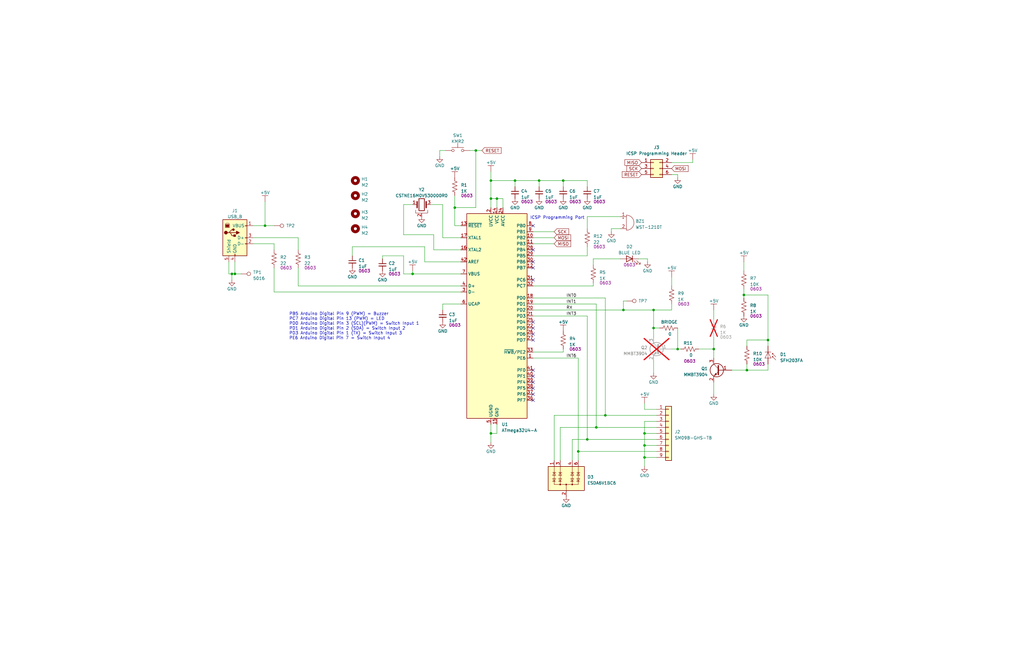
<source format=kicad_sch>
(kicad_sch (version 20230121) (generator eeschema)

  (uuid b5f5a06d-1e61-4156-ab31-a32d7b861d51)

  (paper "B")

  (title_block
    (title "Safe-To-Mate-O-Matic V3")
    (date "2023-06-25")
    (rev "A")
    (comment 1 "5303-0191")
  )

  (lib_symbols
    (symbol "1Jarrett_Symbol_Library:+5V" (power) (pin_names (offset 0)) (in_bom yes) (on_board yes)
      (property "Reference" "#PWR" (at 0 -3.81 0)
        (effects (font (size 1.27 1.27)) hide)
      )
      (property "Value" "+5V" (at 0 3.81 0)
        (effects (font (size 1.27 1.27)))
      )
      (property "Footprint" "" (at 0 0 0)
        (effects (font (size 1.27 1.27)) hide)
      )
      (property "Datasheet" "" (at 0 0 0)
        (effects (font (size 1.27 1.27)) hide)
      )
      (property "ki_keywords" "power-flag" (at 0 0 0)
        (effects (font (size 1.27 1.27)) hide)
      )
      (property "ki_description" "Power symbol creates a global label with name \"+5V\"" (at 0 0 0)
        (effects (font (size 1.27 1.27)) hide)
      )
      (symbol "+5V_0_1"
        (polyline
          (pts
            (xy -1.27 2.54)
            (xy 1.27 2.54)
          )
          (stroke (width 0) (type default))
          (fill (type none))
        )
        (polyline
          (pts
            (xy 0 0)
            (xy 0 2.54)
          )
          (stroke (width 0) (type default))
          (fill (type none))
        )
      )
      (symbol "+5V_1_1"
        (pin power_in line (at 0 0 90) (length 0) hide
          (name "+5V" (effects (font (size 1.27 1.27))))
          (number "1" (effects (font (size 1.27 1.27))))
        )
      )
    )
    (symbol "Connector:TestPoint" (pin_numbers hide) (pin_names (offset 0.762) hide) (in_bom yes) (on_board yes)
      (property "Reference" "TP" (at 0 6.858 0)
        (effects (font (size 1.27 1.27)))
      )
      (property "Value" "TestPoint" (at 0 5.08 0)
        (effects (font (size 1.27 1.27)))
      )
      (property "Footprint" "" (at 5.08 0 0)
        (effects (font (size 1.27 1.27)) hide)
      )
      (property "Datasheet" "~" (at 5.08 0 0)
        (effects (font (size 1.27 1.27)) hide)
      )
      (property "ki_keywords" "test point tp" (at 0 0 0)
        (effects (font (size 1.27 1.27)) hide)
      )
      (property "ki_description" "test point" (at 0 0 0)
        (effects (font (size 1.27 1.27)) hide)
      )
      (property "ki_fp_filters" "Pin* Test*" (at 0 0 0)
        (effects (font (size 1.27 1.27)) hide)
      )
      (symbol "TestPoint_0_1"
        (circle (center 0 3.302) (radius 0.762)
          (stroke (width 0) (type default))
          (fill (type none))
        )
      )
      (symbol "TestPoint_1_1"
        (pin passive line (at 0 0 90) (length 2.54)
          (name "1" (effects (font (size 1.27 1.27))))
          (number "1" (effects (font (size 1.27 1.27))))
        )
      )
    )
    (symbol "Connector:USB_B" (pin_names (offset 1.016)) (in_bom yes) (on_board yes)
      (property "Reference" "J" (at -5.08 11.43 0)
        (effects (font (size 1.27 1.27)) (justify left))
      )
      (property "Value" "USB_B" (at -5.08 8.89 0)
        (effects (font (size 1.27 1.27)) (justify left))
      )
      (property "Footprint" "" (at 3.81 -1.27 0)
        (effects (font (size 1.27 1.27)) hide)
      )
      (property "Datasheet" " ~" (at 3.81 -1.27 0)
        (effects (font (size 1.27 1.27)) hide)
      )
      (property "ki_keywords" "connector USB" (at 0 0 0)
        (effects (font (size 1.27 1.27)) hide)
      )
      (property "ki_description" "USB Type B connector" (at 0 0 0)
        (effects (font (size 1.27 1.27)) hide)
      )
      (property "ki_fp_filters" "USB*" (at 0 0 0)
        (effects (font (size 1.27 1.27)) hide)
      )
      (symbol "USB_B_0_1"
        (rectangle (start -5.08 -7.62) (end 5.08 7.62)
          (stroke (width 0.254) (type default))
          (fill (type background))
        )
        (circle (center -3.81 2.159) (radius 0.635)
          (stroke (width 0.254) (type default))
          (fill (type outline))
        )
        (rectangle (start -3.81 5.588) (end -2.54 4.572)
          (stroke (width 0) (type default))
          (fill (type outline))
        )
        (circle (center -0.635 3.429) (radius 0.381)
          (stroke (width 0.254) (type default))
          (fill (type outline))
        )
        (rectangle (start -0.127 -7.62) (end 0.127 -6.858)
          (stroke (width 0) (type default))
          (fill (type none))
        )
        (polyline
          (pts
            (xy -1.905 2.159)
            (xy 0.635 2.159)
          )
          (stroke (width 0.254) (type default))
          (fill (type none))
        )
        (polyline
          (pts
            (xy -3.175 2.159)
            (xy -2.54 2.159)
            (xy -1.27 3.429)
            (xy -0.635 3.429)
          )
          (stroke (width 0.254) (type default))
          (fill (type none))
        )
        (polyline
          (pts
            (xy -2.54 2.159)
            (xy -1.905 2.159)
            (xy -1.27 0.889)
            (xy 0 0.889)
          )
          (stroke (width 0.254) (type default))
          (fill (type none))
        )
        (polyline
          (pts
            (xy 0.635 2.794)
            (xy 0.635 1.524)
            (xy 1.905 2.159)
            (xy 0.635 2.794)
          )
          (stroke (width 0.254) (type default))
          (fill (type outline))
        )
        (polyline
          (pts
            (xy -4.064 4.318)
            (xy -2.286 4.318)
            (xy -2.286 5.715)
            (xy -2.667 6.096)
            (xy -3.683 6.096)
            (xy -4.064 5.715)
            (xy -4.064 4.318)
          )
          (stroke (width 0) (type default))
          (fill (type none))
        )
        (rectangle (start 0.254 1.27) (end -0.508 0.508)
          (stroke (width 0.254) (type default))
          (fill (type outline))
        )
        (rectangle (start 5.08 -2.667) (end 4.318 -2.413)
          (stroke (width 0) (type default))
          (fill (type none))
        )
        (rectangle (start 5.08 -0.127) (end 4.318 0.127)
          (stroke (width 0) (type default))
          (fill (type none))
        )
        (rectangle (start 5.08 4.953) (end 4.318 5.207)
          (stroke (width 0) (type default))
          (fill (type none))
        )
      )
      (symbol "USB_B_1_1"
        (pin power_out line (at 7.62 5.08 180) (length 2.54)
          (name "VBUS" (effects (font (size 1.27 1.27))))
          (number "1" (effects (font (size 1.27 1.27))))
        )
        (pin bidirectional line (at 7.62 -2.54 180) (length 2.54)
          (name "D-" (effects (font (size 1.27 1.27))))
          (number "2" (effects (font (size 1.27 1.27))))
        )
        (pin bidirectional line (at 7.62 0 180) (length 2.54)
          (name "D+" (effects (font (size 1.27 1.27))))
          (number "3" (effects (font (size 1.27 1.27))))
        )
        (pin power_out line (at 0 -10.16 90) (length 2.54)
          (name "GND" (effects (font (size 1.27 1.27))))
          (number "4" (effects (font (size 1.27 1.27))))
        )
        (pin passive line (at -2.54 -10.16 90) (length 2.54)
          (name "Shield" (effects (font (size 1.27 1.27))))
          (number "5" (effects (font (size 1.27 1.27))))
        )
      )
    )
    (symbol "Connector_Generic:Conn_01x09" (pin_names (offset 1.016) hide) (in_bom yes) (on_board yes)
      (property "Reference" "J" (at 0 12.7 0)
        (effects (font (size 1.27 1.27)))
      )
      (property "Value" "Conn_01x09" (at 0 -12.7 0)
        (effects (font (size 1.27 1.27)))
      )
      (property "Footprint" "" (at 0 0 0)
        (effects (font (size 1.27 1.27)) hide)
      )
      (property "Datasheet" "~" (at 0 0 0)
        (effects (font (size 1.27 1.27)) hide)
      )
      (property "ki_keywords" "connector" (at 0 0 0)
        (effects (font (size 1.27 1.27)) hide)
      )
      (property "ki_description" "Generic connector, single row, 01x09, script generated (kicad-library-utils/schlib/autogen/connector/)" (at 0 0 0)
        (effects (font (size 1.27 1.27)) hide)
      )
      (property "ki_fp_filters" "Connector*:*_1x??_*" (at 0 0 0)
        (effects (font (size 1.27 1.27)) hide)
      )
      (symbol "Conn_01x09_1_1"
        (rectangle (start -1.27 -10.033) (end 0 -10.287)
          (stroke (width 0.1524) (type default))
          (fill (type none))
        )
        (rectangle (start -1.27 -7.493) (end 0 -7.747)
          (stroke (width 0.1524) (type default))
          (fill (type none))
        )
        (rectangle (start -1.27 -4.953) (end 0 -5.207)
          (stroke (width 0.1524) (type default))
          (fill (type none))
        )
        (rectangle (start -1.27 -2.413) (end 0 -2.667)
          (stroke (width 0.1524) (type default))
          (fill (type none))
        )
        (rectangle (start -1.27 0.127) (end 0 -0.127)
          (stroke (width 0.1524) (type default))
          (fill (type none))
        )
        (rectangle (start -1.27 2.667) (end 0 2.413)
          (stroke (width 0.1524) (type default))
          (fill (type none))
        )
        (rectangle (start -1.27 5.207) (end 0 4.953)
          (stroke (width 0.1524) (type default))
          (fill (type none))
        )
        (rectangle (start -1.27 7.747) (end 0 7.493)
          (stroke (width 0.1524) (type default))
          (fill (type none))
        )
        (rectangle (start -1.27 10.287) (end 0 10.033)
          (stroke (width 0.1524) (type default))
          (fill (type none))
        )
        (rectangle (start -1.27 11.43) (end 1.27 -11.43)
          (stroke (width 0.254) (type default))
          (fill (type background))
        )
        (pin passive line (at -5.08 10.16 0) (length 3.81)
          (name "Pin_1" (effects (font (size 1.27 1.27))))
          (number "1" (effects (font (size 1.27 1.27))))
        )
        (pin passive line (at -5.08 7.62 0) (length 3.81)
          (name "Pin_2" (effects (font (size 1.27 1.27))))
          (number "2" (effects (font (size 1.27 1.27))))
        )
        (pin passive line (at -5.08 5.08 0) (length 3.81)
          (name "Pin_3" (effects (font (size 1.27 1.27))))
          (number "3" (effects (font (size 1.27 1.27))))
        )
        (pin passive line (at -5.08 2.54 0) (length 3.81)
          (name "Pin_4" (effects (font (size 1.27 1.27))))
          (number "4" (effects (font (size 1.27 1.27))))
        )
        (pin passive line (at -5.08 0 0) (length 3.81)
          (name "Pin_5" (effects (font (size 1.27 1.27))))
          (number "5" (effects (font (size 1.27 1.27))))
        )
        (pin passive line (at -5.08 -2.54 0) (length 3.81)
          (name "Pin_6" (effects (font (size 1.27 1.27))))
          (number "6" (effects (font (size 1.27 1.27))))
        )
        (pin passive line (at -5.08 -5.08 0) (length 3.81)
          (name "Pin_7" (effects (font (size 1.27 1.27))))
          (number "7" (effects (font (size 1.27 1.27))))
        )
        (pin passive line (at -5.08 -7.62 0) (length 3.81)
          (name "Pin_8" (effects (font (size 1.27 1.27))))
          (number "8" (effects (font (size 1.27 1.27))))
        )
        (pin passive line (at -5.08 -10.16 0) (length 3.81)
          (name "Pin_9" (effects (font (size 1.27 1.27))))
          (number "9" (effects (font (size 1.27 1.27))))
        )
      )
    )
    (symbol "Connector_Generic:Conn_02x03_Odd_Even" (pin_names (offset 1.016) hide) (in_bom yes) (on_board yes)
      (property "Reference" "J" (at 1.27 5.08 0)
        (effects (font (size 1.27 1.27)))
      )
      (property "Value" "Conn_02x03_Odd_Even" (at 1.27 -5.08 0)
        (effects (font (size 1.27 1.27)))
      )
      (property "Footprint" "" (at 0 0 0)
        (effects (font (size 1.27 1.27)) hide)
      )
      (property "Datasheet" "~" (at 0 0 0)
        (effects (font (size 1.27 1.27)) hide)
      )
      (property "ki_keywords" "connector" (at 0 0 0)
        (effects (font (size 1.27 1.27)) hide)
      )
      (property "ki_description" "Generic connector, double row, 02x03, odd/even pin numbering scheme (row 1 odd numbers, row 2 even numbers), script generated (kicad-library-utils/schlib/autogen/connector/)" (at 0 0 0)
        (effects (font (size 1.27 1.27)) hide)
      )
      (property "ki_fp_filters" "Connector*:*_2x??_*" (at 0 0 0)
        (effects (font (size 1.27 1.27)) hide)
      )
      (symbol "Conn_02x03_Odd_Even_1_1"
        (rectangle (start -1.27 -2.413) (end 0 -2.667)
          (stroke (width 0.1524) (type default))
          (fill (type none))
        )
        (rectangle (start -1.27 0.127) (end 0 -0.127)
          (stroke (width 0.1524) (type default))
          (fill (type none))
        )
        (rectangle (start -1.27 2.667) (end 0 2.413)
          (stroke (width 0.1524) (type default))
          (fill (type none))
        )
        (rectangle (start -1.27 3.81) (end 3.81 -3.81)
          (stroke (width 0.254) (type default))
          (fill (type background))
        )
        (rectangle (start 3.81 -2.413) (end 2.54 -2.667)
          (stroke (width 0.1524) (type default))
          (fill (type none))
        )
        (rectangle (start 3.81 0.127) (end 2.54 -0.127)
          (stroke (width 0.1524) (type default))
          (fill (type none))
        )
        (rectangle (start 3.81 2.667) (end 2.54 2.413)
          (stroke (width 0.1524) (type default))
          (fill (type none))
        )
        (pin passive line (at -5.08 2.54 0) (length 3.81)
          (name "Pin_1" (effects (font (size 1.27 1.27))))
          (number "1" (effects (font (size 1.27 1.27))))
        )
        (pin passive line (at 7.62 2.54 180) (length 3.81)
          (name "Pin_2" (effects (font (size 1.27 1.27))))
          (number "2" (effects (font (size 1.27 1.27))))
        )
        (pin passive line (at -5.08 0 0) (length 3.81)
          (name "Pin_3" (effects (font (size 1.27 1.27))))
          (number "3" (effects (font (size 1.27 1.27))))
        )
        (pin passive line (at 7.62 0 180) (length 3.81)
          (name "Pin_4" (effects (font (size 1.27 1.27))))
          (number "4" (effects (font (size 1.27 1.27))))
        )
        (pin passive line (at -5.08 -2.54 0) (length 3.81)
          (name "Pin_5" (effects (font (size 1.27 1.27))))
          (number "5" (effects (font (size 1.27 1.27))))
        )
        (pin passive line (at 7.62 -2.54 180) (length 3.81)
          (name "Pin_6" (effects (font (size 1.27 1.27))))
          (number "6" (effects (font (size 1.27 1.27))))
        )
      )
    )
    (symbol "Device:Buzzer" (pin_names (offset 0.0254) hide) (in_bom yes) (on_board yes)
      (property "Reference" "BZ" (at 3.81 1.27 0)
        (effects (font (size 1.27 1.27)) (justify left))
      )
      (property "Value" "Buzzer" (at 3.81 -1.27 0)
        (effects (font (size 1.27 1.27)) (justify left))
      )
      (property "Footprint" "" (at -0.635 2.54 90)
        (effects (font (size 1.27 1.27)) hide)
      )
      (property "Datasheet" "~" (at -0.635 2.54 90)
        (effects (font (size 1.27 1.27)) hide)
      )
      (property "ki_keywords" "quartz resonator ceramic" (at 0 0 0)
        (effects (font (size 1.27 1.27)) hide)
      )
      (property "ki_description" "Buzzer, polarized" (at 0 0 0)
        (effects (font (size 1.27 1.27)) hide)
      )
      (property "ki_fp_filters" "*Buzzer*" (at 0 0 0)
        (effects (font (size 1.27 1.27)) hide)
      )
      (symbol "Buzzer_0_1"
        (arc (start 0 -3.175) (mid 3.1612 0) (end 0 3.175)
          (stroke (width 0) (type default))
          (fill (type none))
        )
        (polyline
          (pts
            (xy -1.651 1.905)
            (xy -1.143 1.905)
          )
          (stroke (width 0) (type default))
          (fill (type none))
        )
        (polyline
          (pts
            (xy -1.397 2.159)
            (xy -1.397 1.651)
          )
          (stroke (width 0) (type default))
          (fill (type none))
        )
        (polyline
          (pts
            (xy 0 3.175)
            (xy 0 -3.175)
          )
          (stroke (width 0) (type default))
          (fill (type none))
        )
      )
      (symbol "Buzzer_1_1"
        (pin passive line (at -2.54 2.54 0) (length 2.54)
          (name "-" (effects (font (size 1.27 1.27))))
          (number "1" (effects (font (size 1.27 1.27))))
        )
        (pin passive line (at -2.54 -2.54 0) (length 2.54)
          (name "+" (effects (font (size 1.27 1.27))))
          (number "2" (effects (font (size 1.27 1.27))))
        )
      )
    )
    (symbol "Device:C_Small" (pin_numbers hide) (pin_names (offset 0.254) hide) (in_bom yes) (on_board yes)
      (property "Reference" "C" (at 0.254 1.778 0)
        (effects (font (size 1.27 1.27)) (justify left))
      )
      (property "Value" "C_Small" (at 0.254 -2.032 0)
        (effects (font (size 1.27 1.27)) (justify left))
      )
      (property "Footprint" "" (at 0 0 0)
        (effects (font (size 1.27 1.27)) hide)
      )
      (property "Datasheet" "~" (at 0 0 0)
        (effects (font (size 1.27 1.27)) hide)
      )
      (property "ki_keywords" "capacitor cap" (at 0 0 0)
        (effects (font (size 1.27 1.27)) hide)
      )
      (property "ki_description" "Unpolarized capacitor, small symbol" (at 0 0 0)
        (effects (font (size 1.27 1.27)) hide)
      )
      (property "ki_fp_filters" "C_*" (at 0 0 0)
        (effects (font (size 1.27 1.27)) hide)
      )
      (symbol "C_Small_0_1"
        (polyline
          (pts
            (xy -1.524 -0.508)
            (xy 1.524 -0.508)
          )
          (stroke (width 0.3302) (type default))
          (fill (type none))
        )
        (polyline
          (pts
            (xy -1.524 0.508)
            (xy 1.524 0.508)
          )
          (stroke (width 0.3048) (type default))
          (fill (type none))
        )
      )
      (symbol "C_Small_1_1"
        (pin passive line (at 0 2.54 270) (length 2.032)
          (name "~" (effects (font (size 1.27 1.27))))
          (number "1" (effects (font (size 1.27 1.27))))
        )
        (pin passive line (at 0 -2.54 90) (length 2.032)
          (name "~" (effects (font (size 1.27 1.27))))
          (number "2" (effects (font (size 1.27 1.27))))
        )
      )
    )
    (symbol "Device:Crystal_GND2" (pin_names (offset 1.016) hide) (in_bom yes) (on_board yes)
      (property "Reference" "Y" (at 0 5.715 0)
        (effects (font (size 1.27 1.27)))
      )
      (property "Value" "Crystal_GND2" (at 0 3.81 0)
        (effects (font (size 1.27 1.27)))
      )
      (property "Footprint" "" (at 0 0 0)
        (effects (font (size 1.27 1.27)) hide)
      )
      (property "Datasheet" "~" (at 0 0 0)
        (effects (font (size 1.27 1.27)) hide)
      )
      (property "ki_keywords" "quartz ceramic resonator oscillator" (at 0 0 0)
        (effects (font (size 1.27 1.27)) hide)
      )
      (property "ki_description" "Three pin crystal, GND on pin 2" (at 0 0 0)
        (effects (font (size 1.27 1.27)) hide)
      )
      (property "ki_fp_filters" "Crystal*" (at 0 0 0)
        (effects (font (size 1.27 1.27)) hide)
      )
      (symbol "Crystal_GND2_0_1"
        (rectangle (start -1.143 2.54) (end 1.143 -2.54)
          (stroke (width 0.3048) (type default))
          (fill (type none))
        )
        (polyline
          (pts
            (xy -2.54 0)
            (xy -1.905 0)
          )
          (stroke (width 0) (type default))
          (fill (type none))
        )
        (polyline
          (pts
            (xy -1.905 -1.27)
            (xy -1.905 1.27)
          )
          (stroke (width 0.508) (type default))
          (fill (type none))
        )
        (polyline
          (pts
            (xy 0 -3.81)
            (xy 0 -3.556)
          )
          (stroke (width 0) (type default))
          (fill (type none))
        )
        (polyline
          (pts
            (xy 1.905 0)
            (xy 2.54 0)
          )
          (stroke (width 0) (type default))
          (fill (type none))
        )
        (polyline
          (pts
            (xy 1.905 1.27)
            (xy 1.905 -1.27)
          )
          (stroke (width 0.508) (type default))
          (fill (type none))
        )
        (polyline
          (pts
            (xy -2.54 -2.286)
            (xy -2.54 -3.556)
            (xy 2.54 -3.556)
            (xy 2.54 -2.286)
          )
          (stroke (width 0) (type default))
          (fill (type none))
        )
      )
      (symbol "Crystal_GND2_1_1"
        (pin passive line (at -3.81 0 0) (length 1.27)
          (name "1" (effects (font (size 1.27 1.27))))
          (number "1" (effects (font (size 1.27 1.27))))
        )
        (pin passive line (at 0 -5.08 90) (length 1.27)
          (name "2" (effects (font (size 1.27 1.27))))
          (number "2" (effects (font (size 1.27 1.27))))
        )
        (pin passive line (at 3.81 0 180) (length 1.27)
          (name "3" (effects (font (size 1.27 1.27))))
          (number "3" (effects (font (size 1.27 1.27))))
        )
      )
    )
    (symbol "Device:LED" (pin_numbers hide) (pin_names (offset 1.016) hide) (in_bom yes) (on_board yes)
      (property "Reference" "D" (at 0 2.54 0)
        (effects (font (size 1.27 1.27)))
      )
      (property "Value" "LED" (at 0 -2.54 0)
        (effects (font (size 1.27 1.27)))
      )
      (property "Footprint" "" (at 0 0 0)
        (effects (font (size 1.27 1.27)) hide)
      )
      (property "Datasheet" "~" (at 0 0 0)
        (effects (font (size 1.27 1.27)) hide)
      )
      (property "ki_keywords" "LED diode" (at 0 0 0)
        (effects (font (size 1.27 1.27)) hide)
      )
      (property "ki_description" "Light emitting diode" (at 0 0 0)
        (effects (font (size 1.27 1.27)) hide)
      )
      (property "ki_fp_filters" "LED* LED_SMD:* LED_THT:*" (at 0 0 0)
        (effects (font (size 1.27 1.27)) hide)
      )
      (symbol "LED_0_1"
        (polyline
          (pts
            (xy -1.27 -1.27)
            (xy -1.27 1.27)
          )
          (stroke (width 0.254) (type default))
          (fill (type none))
        )
        (polyline
          (pts
            (xy -1.27 0)
            (xy 1.27 0)
          )
          (stroke (width 0) (type default))
          (fill (type none))
        )
        (polyline
          (pts
            (xy 1.27 -1.27)
            (xy 1.27 1.27)
            (xy -1.27 0)
            (xy 1.27 -1.27)
          )
          (stroke (width 0.254) (type default))
          (fill (type none))
        )
        (polyline
          (pts
            (xy -3.048 -0.762)
            (xy -4.572 -2.286)
            (xy -3.81 -2.286)
            (xy -4.572 -2.286)
            (xy -4.572 -1.524)
          )
          (stroke (width 0) (type default))
          (fill (type none))
        )
        (polyline
          (pts
            (xy -1.778 -0.762)
            (xy -3.302 -2.286)
            (xy -2.54 -2.286)
            (xy -3.302 -2.286)
            (xy -3.302 -1.524)
          )
          (stroke (width 0) (type default))
          (fill (type none))
        )
      )
      (symbol "LED_1_1"
        (pin passive line (at -3.81 0 0) (length 2.54)
          (name "K" (effects (font (size 1.27 1.27))))
          (number "1" (effects (font (size 1.27 1.27))))
        )
        (pin passive line (at 3.81 0 180) (length 2.54)
          (name "A" (effects (font (size 1.27 1.27))))
          (number "2" (effects (font (size 1.27 1.27))))
        )
      )
    )
    (symbol "Device:R_US" (pin_numbers hide) (pin_names (offset 0)) (in_bom yes) (on_board yes)
      (property "Reference" "R" (at 2.54 0 90)
        (effects (font (size 1.27 1.27)))
      )
      (property "Value" "R_US" (at -2.54 0 90)
        (effects (font (size 1.27 1.27)))
      )
      (property "Footprint" "" (at 1.016 -0.254 90)
        (effects (font (size 1.27 1.27)) hide)
      )
      (property "Datasheet" "~" (at 0 0 0)
        (effects (font (size 1.27 1.27)) hide)
      )
      (property "ki_keywords" "R res resistor" (at 0 0 0)
        (effects (font (size 1.27 1.27)) hide)
      )
      (property "ki_description" "Resistor, US symbol" (at 0 0 0)
        (effects (font (size 1.27 1.27)) hide)
      )
      (property "ki_fp_filters" "R_*" (at 0 0 0)
        (effects (font (size 1.27 1.27)) hide)
      )
      (symbol "R_US_0_1"
        (polyline
          (pts
            (xy 0 -2.286)
            (xy 0 -2.54)
          )
          (stroke (width 0) (type default))
          (fill (type none))
        )
        (polyline
          (pts
            (xy 0 2.286)
            (xy 0 2.54)
          )
          (stroke (width 0) (type default))
          (fill (type none))
        )
        (polyline
          (pts
            (xy 0 -0.762)
            (xy 1.016 -1.143)
            (xy 0 -1.524)
            (xy -1.016 -1.905)
            (xy 0 -2.286)
          )
          (stroke (width 0) (type default))
          (fill (type none))
        )
        (polyline
          (pts
            (xy 0 0.762)
            (xy 1.016 0.381)
            (xy 0 0)
            (xy -1.016 -0.381)
            (xy 0 -0.762)
          )
          (stroke (width 0) (type default))
          (fill (type none))
        )
        (polyline
          (pts
            (xy 0 2.286)
            (xy 1.016 1.905)
            (xy 0 1.524)
            (xy -1.016 1.143)
            (xy 0 0.762)
          )
          (stroke (width 0) (type default))
          (fill (type none))
        )
      )
      (symbol "R_US_1_1"
        (pin passive line (at 0 3.81 270) (length 1.27)
          (name "~" (effects (font (size 1.27 1.27))))
          (number "1" (effects (font (size 1.27 1.27))))
        )
        (pin passive line (at 0 -3.81 90) (length 1.27)
          (name "~" (effects (font (size 1.27 1.27))))
          (number "2" (effects (font (size 1.27 1.27))))
        )
      )
    )
    (symbol "MCU_Microchip_ATmega:ATmega32U4-A" (in_bom yes) (on_board yes)
      (property "Reference" "U" (at -12.7 44.45 0)
        (effects (font (size 1.27 1.27)) (justify left bottom))
      )
      (property "Value" "ATmega32U4-A" (at 2.54 -44.45 0)
        (effects (font (size 1.27 1.27)) (justify left top))
      )
      (property "Footprint" "Package_QFP:TQFP-44_10x10mm_P0.8mm" (at 0 0 0)
        (effects (font (size 1.27 1.27) italic) hide)
      )
      (property "Datasheet" "http://ww1.microchip.com/downloads/en/DeviceDoc/Atmel-7766-8-bit-AVR-ATmega16U4-32U4_Datasheet.pdf" (at 0 0 0)
        (effects (font (size 1.27 1.27)) hide)
      )
      (property "ki_keywords" "AVR 8bit Microcontroller MegaAVR USB" (at 0 0 0)
        (effects (font (size 1.27 1.27)) hide)
      )
      (property "ki_description" "16MHz, 32kB Flash, 2.5kB SRAM, 1kB EEPROM, USB 2.0, TQFP-44" (at 0 0 0)
        (effects (font (size 1.27 1.27)) hide)
      )
      (property "ki_fp_filters" "TQFP*10x10mm*P0.8mm*" (at 0 0 0)
        (effects (font (size 1.27 1.27)) hide)
      )
      (symbol "ATmega32U4-A_0_1"
        (rectangle (start -12.7 -43.18) (end 12.7 43.18)
          (stroke (width 0.254) (type default))
          (fill (type background))
        )
      )
      (symbol "ATmega32U4-A_1_1"
        (pin bidirectional line (at 15.24 -17.78 180) (length 2.54)
          (name "PE6" (effects (font (size 1.27 1.27))))
          (number "1" (effects (font (size 1.27 1.27))))
        )
        (pin bidirectional line (at 15.24 33.02 180) (length 2.54)
          (name "PB2" (effects (font (size 1.27 1.27))))
          (number "10" (effects (font (size 1.27 1.27))))
        )
        (pin bidirectional line (at 15.24 30.48 180) (length 2.54)
          (name "PB3" (effects (font (size 1.27 1.27))))
          (number "11" (effects (font (size 1.27 1.27))))
        )
        (pin bidirectional line (at 15.24 20.32 180) (length 2.54)
          (name "PB7" (effects (font (size 1.27 1.27))))
          (number "12" (effects (font (size 1.27 1.27))))
        )
        (pin input line (at -15.24 38.1 0) (length 2.54)
          (name "~{RESET}" (effects (font (size 1.27 1.27))))
          (number "13" (effects (font (size 1.27 1.27))))
        )
        (pin power_in line (at 0 45.72 270) (length 2.54)
          (name "VCC" (effects (font (size 1.27 1.27))))
          (number "14" (effects (font (size 1.27 1.27))))
        )
        (pin power_in line (at 0 -45.72 90) (length 2.54)
          (name "GND" (effects (font (size 1.27 1.27))))
          (number "15" (effects (font (size 1.27 1.27))))
        )
        (pin output line (at -15.24 27.94 0) (length 2.54)
          (name "XTAL2" (effects (font (size 1.27 1.27))))
          (number "16" (effects (font (size 1.27 1.27))))
        )
        (pin input line (at -15.24 33.02 0) (length 2.54)
          (name "XTAL1" (effects (font (size 1.27 1.27))))
          (number "17" (effects (font (size 1.27 1.27))))
        )
        (pin bidirectional line (at 15.24 7.62 180) (length 2.54)
          (name "PD0" (effects (font (size 1.27 1.27))))
          (number "18" (effects (font (size 1.27 1.27))))
        )
        (pin bidirectional line (at 15.24 5.08 180) (length 2.54)
          (name "PD1" (effects (font (size 1.27 1.27))))
          (number "19" (effects (font (size 1.27 1.27))))
        )
        (pin power_in line (at -2.54 45.72 270) (length 2.54)
          (name "UVCC" (effects (font (size 1.27 1.27))))
          (number "2" (effects (font (size 1.27 1.27))))
        )
        (pin bidirectional line (at 15.24 2.54 180) (length 2.54)
          (name "PD2" (effects (font (size 1.27 1.27))))
          (number "20" (effects (font (size 1.27 1.27))))
        )
        (pin bidirectional line (at 15.24 0 180) (length 2.54)
          (name "PD3" (effects (font (size 1.27 1.27))))
          (number "21" (effects (font (size 1.27 1.27))))
        )
        (pin bidirectional line (at 15.24 -5.08 180) (length 2.54)
          (name "PD5" (effects (font (size 1.27 1.27))))
          (number "22" (effects (font (size 1.27 1.27))))
        )
        (pin passive line (at 0 -45.72 90) (length 2.54) hide
          (name "GND" (effects (font (size 1.27 1.27))))
          (number "23" (effects (font (size 1.27 1.27))))
        )
        (pin power_in line (at 2.54 45.72 270) (length 2.54)
          (name "AVCC" (effects (font (size 1.27 1.27))))
          (number "24" (effects (font (size 1.27 1.27))))
        )
        (pin bidirectional line (at 15.24 -2.54 180) (length 2.54)
          (name "PD4" (effects (font (size 1.27 1.27))))
          (number "25" (effects (font (size 1.27 1.27))))
        )
        (pin bidirectional line (at 15.24 -7.62 180) (length 2.54)
          (name "PD6" (effects (font (size 1.27 1.27))))
          (number "26" (effects (font (size 1.27 1.27))))
        )
        (pin bidirectional line (at 15.24 -10.16 180) (length 2.54)
          (name "PD7" (effects (font (size 1.27 1.27))))
          (number "27" (effects (font (size 1.27 1.27))))
        )
        (pin bidirectional line (at 15.24 27.94 180) (length 2.54)
          (name "PB4" (effects (font (size 1.27 1.27))))
          (number "28" (effects (font (size 1.27 1.27))))
        )
        (pin bidirectional line (at 15.24 25.4 180) (length 2.54)
          (name "PB5" (effects (font (size 1.27 1.27))))
          (number "29" (effects (font (size 1.27 1.27))))
        )
        (pin bidirectional line (at -15.24 10.16 0) (length 2.54)
          (name "D-" (effects (font (size 1.27 1.27))))
          (number "3" (effects (font (size 1.27 1.27))))
        )
        (pin bidirectional line (at 15.24 22.86 180) (length 2.54)
          (name "PB6" (effects (font (size 1.27 1.27))))
          (number "30" (effects (font (size 1.27 1.27))))
        )
        (pin bidirectional line (at 15.24 15.24 180) (length 2.54)
          (name "PC6" (effects (font (size 1.27 1.27))))
          (number "31" (effects (font (size 1.27 1.27))))
        )
        (pin bidirectional line (at 15.24 12.7 180) (length 2.54)
          (name "PC7" (effects (font (size 1.27 1.27))))
          (number "32" (effects (font (size 1.27 1.27))))
        )
        (pin bidirectional line (at 15.24 -15.24 180) (length 2.54)
          (name "~{HWB}/PE2" (effects (font (size 1.27 1.27))))
          (number "33" (effects (font (size 1.27 1.27))))
        )
        (pin passive line (at 0 45.72 270) (length 2.54) hide
          (name "VCC" (effects (font (size 1.27 1.27))))
          (number "34" (effects (font (size 1.27 1.27))))
        )
        (pin passive line (at 0 -45.72 90) (length 2.54) hide
          (name "GND" (effects (font (size 1.27 1.27))))
          (number "35" (effects (font (size 1.27 1.27))))
        )
        (pin bidirectional line (at 15.24 -35.56 180) (length 2.54)
          (name "PF7" (effects (font (size 1.27 1.27))))
          (number "36" (effects (font (size 1.27 1.27))))
        )
        (pin bidirectional line (at 15.24 -33.02 180) (length 2.54)
          (name "PF6" (effects (font (size 1.27 1.27))))
          (number "37" (effects (font (size 1.27 1.27))))
        )
        (pin bidirectional line (at 15.24 -30.48 180) (length 2.54)
          (name "PF5" (effects (font (size 1.27 1.27))))
          (number "38" (effects (font (size 1.27 1.27))))
        )
        (pin bidirectional line (at 15.24 -27.94 180) (length 2.54)
          (name "PF4" (effects (font (size 1.27 1.27))))
          (number "39" (effects (font (size 1.27 1.27))))
        )
        (pin bidirectional line (at -15.24 12.7 0) (length 2.54)
          (name "D+" (effects (font (size 1.27 1.27))))
          (number "4" (effects (font (size 1.27 1.27))))
        )
        (pin bidirectional line (at 15.24 -25.4 180) (length 2.54)
          (name "PF1" (effects (font (size 1.27 1.27))))
          (number "40" (effects (font (size 1.27 1.27))))
        )
        (pin bidirectional line (at 15.24 -22.86 180) (length 2.54)
          (name "PF0" (effects (font (size 1.27 1.27))))
          (number "41" (effects (font (size 1.27 1.27))))
        )
        (pin passive line (at -15.24 22.86 0) (length 2.54)
          (name "AREF" (effects (font (size 1.27 1.27))))
          (number "42" (effects (font (size 1.27 1.27))))
        )
        (pin passive line (at 0 -45.72 90) (length 2.54) hide
          (name "GND" (effects (font (size 1.27 1.27))))
          (number "43" (effects (font (size 1.27 1.27))))
        )
        (pin passive line (at 2.54 45.72 270) (length 2.54) hide
          (name "AVCC" (effects (font (size 1.27 1.27))))
          (number "44" (effects (font (size 1.27 1.27))))
        )
        (pin passive line (at -2.54 -45.72 90) (length 2.54)
          (name "UGND" (effects (font (size 1.27 1.27))))
          (number "5" (effects (font (size 1.27 1.27))))
        )
        (pin passive line (at -15.24 5.08 0) (length 2.54)
          (name "UCAP" (effects (font (size 1.27 1.27))))
          (number "6" (effects (font (size 1.27 1.27))))
        )
        (pin input line (at -15.24 17.78 0) (length 2.54)
          (name "VBUS" (effects (font (size 1.27 1.27))))
          (number "7" (effects (font (size 1.27 1.27))))
        )
        (pin bidirectional line (at 15.24 38.1 180) (length 2.54)
          (name "PB0" (effects (font (size 1.27 1.27))))
          (number "8" (effects (font (size 1.27 1.27))))
        )
        (pin bidirectional line (at 15.24 35.56 180) (length 2.54)
          (name "PB1" (effects (font (size 1.27 1.27))))
          (number "9" (effects (font (size 1.27 1.27))))
        )
      )
    )
    (symbol "Mechanical:MountingHole" (pin_names (offset 1.016)) (in_bom yes) (on_board yes)
      (property "Reference" "H" (at 0 5.08 0)
        (effects (font (size 1.27 1.27)))
      )
      (property "Value" "MountingHole" (at 0 3.175 0)
        (effects (font (size 1.27 1.27)))
      )
      (property "Footprint" "" (at 0 0 0)
        (effects (font (size 1.27 1.27)) hide)
      )
      (property "Datasheet" "~" (at 0 0 0)
        (effects (font (size 1.27 1.27)) hide)
      )
      (property "ki_keywords" "mounting hole" (at 0 0 0)
        (effects (font (size 1.27 1.27)) hide)
      )
      (property "ki_description" "Mounting Hole without connection" (at 0 0 0)
        (effects (font (size 1.27 1.27)) hide)
      )
      (property "ki_fp_filters" "MountingHole*" (at 0 0 0)
        (effects (font (size 1.27 1.27)) hide)
      )
      (symbol "MountingHole_0_1"
        (circle (center 0 0) (radius 1.27)
          (stroke (width 1.27) (type default))
          (fill (type none))
        )
      )
    )
    (symbol "Power_Protection:ESDA6V1BC6" (pin_names hide) (in_bom yes) (on_board yes)
      (property "Reference" "D" (at -2.54 -6.35 0)
        (effects (font (size 1.27 1.27)) (justify right))
      )
      (property "Value" "ESDA6V1BC6" (at 1.27 -6.35 0)
        (effects (font (size 1.27 1.27)) (justify left))
      )
      (property "Footprint" "Package_TO_SOT_SMD:SOT-23-6" (at 0 -8.89 0)
        (effects (font (size 1.27 1.27)) hide)
      )
      (property "Datasheet" "http://www.st.com/content/ccc/resource/technical/document/datasheet/21/07/21/e3/a8/df/42/a2/CD00001906.pdf/files/CD00001906.pdf/jcr:content/translations/en.CD00001906.pdf" (at 0 0 90)
        (effects (font (size 1.27 1.27)) hide)
      )
      (property "ki_keywords" "ESD protection suppression transient" (at 0 0 0)
        (effects (font (size 1.27 1.27)) hide)
      )
      (property "ki_description" "Quad bidirectional transil, Suppressor for ESD protection, 5V Standoff, 4 Channels, SOT-23-6" (at 0 0 0)
        (effects (font (size 1.27 1.27)) hide)
      )
      (property "ki_fp_filters" "SOT?23*" (at 0 0 0)
        (effects (font (size 1.27 1.27)) hide)
      )
      (symbol "ESDA6V1BC6_0_0"
        (pin passive line (at 0 -7.62 90) (length 2.54)
          (name "COM" (effects (font (size 1.27 1.27))))
          (number "2" (effects (font (size 1.27 1.27))))
        )
      )
      (symbol "ESDA6V1BC6_0_1"
        (rectangle (start -7.62 5.08) (end 7.62 -5.08)
          (stroke (width 0.254) (type default))
          (fill (type background))
        )
        (circle (center -2.54 -2.54) (radius 0.254)
          (stroke (width 0) (type default))
          (fill (type outline))
        )
        (circle (center 0 -2.54) (radius 0.254)
          (stroke (width 0) (type default))
          (fill (type outline))
        )
        (polyline
          (pts
            (xy -5.08 -2.54)
            (xy -5.08 -1.27)
          )
          (stroke (width 0) (type default))
          (fill (type none))
        )
        (polyline
          (pts
            (xy -5.08 -2.54)
            (xy 5.08 -2.54)
          )
          (stroke (width 0) (type default))
          (fill (type none))
        )
        (polyline
          (pts
            (xy -5.08 2.54)
            (xy -5.08 -1.27)
          )
          (stroke (width 0) (type default))
          (fill (type none))
        )
        (polyline
          (pts
            (xy -5.08 5.08)
            (xy -5.08 2.54)
          )
          (stroke (width 0) (type default))
          (fill (type none))
        )
        (polyline
          (pts
            (xy -2.54 -2.54)
            (xy -2.54 -1.27)
          )
          (stroke (width 0) (type default))
          (fill (type none))
        )
        (polyline
          (pts
            (xy -2.54 2.54)
            (xy -2.54 -1.27)
          )
          (stroke (width 0) (type default))
          (fill (type none))
        )
        (polyline
          (pts
            (xy -2.54 5.08)
            (xy -2.54 2.54)
          )
          (stroke (width 0) (type default))
          (fill (type none))
        )
        (polyline
          (pts
            (xy 0 -2.54)
            (xy 0 -5.08)
          )
          (stroke (width 0) (type default))
          (fill (type none))
        )
        (polyline
          (pts
            (xy 2.54 -2.54)
            (xy 2.54 -1.27)
          )
          (stroke (width 0) (type default))
          (fill (type none))
        )
        (polyline
          (pts
            (xy 2.54 2.54)
            (xy 2.54 -1.27)
          )
          (stroke (width 0) (type default))
          (fill (type none))
        )
        (polyline
          (pts
            (xy 2.54 5.08)
            (xy 2.54 2.54)
          )
          (stroke (width 0) (type default))
          (fill (type none))
        )
        (polyline
          (pts
            (xy 5.08 -2.54)
            (xy 5.08 -1.27)
          )
          (stroke (width 0) (type default))
          (fill (type none))
        )
        (polyline
          (pts
            (xy 5.08 2.54)
            (xy 5.08 -1.27)
          )
          (stroke (width 0) (type default))
          (fill (type none))
        )
        (polyline
          (pts
            (xy 5.08 5.08)
            (xy 5.08 2.54)
          )
          (stroke (width 0) (type default))
          (fill (type none))
        )
        (polyline
          (pts
            (xy -5.715 -1.016)
            (xy -5.715 -1.27)
            (xy -4.445 -1.27)
          )
          (stroke (width 0) (type default))
          (fill (type none))
        )
        (polyline
          (pts
            (xy -5.715 2.54)
            (xy -4.445 2.54)
            (xy -4.445 2.286)
          )
          (stroke (width 0) (type default))
          (fill (type none))
        )
        (polyline
          (pts
            (xy -3.175 -1.016)
            (xy -3.175 -1.27)
            (xy -1.905 -1.27)
          )
          (stroke (width 0) (type default))
          (fill (type none))
        )
        (polyline
          (pts
            (xy -3.175 2.54)
            (xy -1.905 2.54)
            (xy -1.905 2.286)
          )
          (stroke (width 0) (type default))
          (fill (type none))
        )
        (polyline
          (pts
            (xy 1.905 -1.016)
            (xy 1.905 -1.27)
            (xy 3.175 -1.27)
          )
          (stroke (width 0) (type default))
          (fill (type none))
        )
        (polyline
          (pts
            (xy 1.905 2.54)
            (xy 3.175 2.54)
            (xy 3.175 2.286)
          )
          (stroke (width 0) (type default))
          (fill (type none))
        )
        (polyline
          (pts
            (xy 4.445 -1.016)
            (xy 4.445 -1.27)
            (xy 5.715 -1.27)
          )
          (stroke (width 0) (type default))
          (fill (type none))
        )
        (polyline
          (pts
            (xy 4.445 2.54)
            (xy 5.715 2.54)
            (xy 5.715 2.286)
          )
          (stroke (width 0) (type default))
          (fill (type none))
        )
        (polyline
          (pts
            (xy -5.08 -1.27)
            (xy -5.715 0)
            (xy -4.445 0)
            (xy -5.08 -1.27)
          )
          (stroke (width 0) (type default))
          (fill (type none))
        )
        (polyline
          (pts
            (xy -5.08 2.54)
            (xy -4.445 1.27)
            (xy -5.715 1.27)
            (xy -5.08 2.54)
          )
          (stroke (width 0) (type default))
          (fill (type none))
        )
        (polyline
          (pts
            (xy -2.54 -1.27)
            (xy -3.175 0)
            (xy -1.905 0)
            (xy -2.54 -1.27)
          )
          (stroke (width 0) (type default))
          (fill (type none))
        )
        (polyline
          (pts
            (xy -2.54 2.54)
            (xy -1.905 1.27)
            (xy -3.175 1.27)
            (xy -2.54 2.54)
          )
          (stroke (width 0) (type default))
          (fill (type none))
        )
        (polyline
          (pts
            (xy 2.54 -1.27)
            (xy 1.905 0)
            (xy 3.175 0)
            (xy 2.54 -1.27)
          )
          (stroke (width 0) (type default))
          (fill (type none))
        )
        (polyline
          (pts
            (xy 2.54 2.54)
            (xy 3.175 1.27)
            (xy 1.905 1.27)
            (xy 2.54 2.54)
          )
          (stroke (width 0) (type default))
          (fill (type none))
        )
        (polyline
          (pts
            (xy 5.08 -1.27)
            (xy 4.445 0)
            (xy 5.715 0)
            (xy 5.08 -1.27)
          )
          (stroke (width 0) (type default))
          (fill (type none))
        )
        (polyline
          (pts
            (xy 5.08 2.54)
            (xy 5.715 1.27)
            (xy 4.445 1.27)
            (xy 5.08 2.54)
          )
          (stroke (width 0) (type default))
          (fill (type none))
        )
        (circle (center 2.54 -2.54) (radius 0.254)
          (stroke (width 0) (type default))
          (fill (type outline))
        )
      )
      (symbol "ESDA6V1BC6_1_1"
        (pin passive line (at -5.08 7.62 270) (length 2.54)
          (name "TVS1" (effects (font (size 1.27 1.27))))
          (number "1" (effects (font (size 1.27 1.27))))
        )
        (pin passive line (at -2.54 7.62 270) (length 2.54)
          (name "TVS2" (effects (font (size 1.27 1.27))))
          (number "3" (effects (font (size 1.27 1.27))))
        )
        (pin passive line (at 2.54 7.62 270) (length 2.54)
          (name "TVS3" (effects (font (size 1.27 1.27))))
          (number "4" (effects (font (size 1.27 1.27))))
        )
        (pin passive line (at 0 -7.62 90) (length 2.54) hide
          (name "COM" (effects (font (size 1.27 1.27))))
          (number "5" (effects (font (size 1.27 1.27))))
        )
        (pin passive line (at 5.08 7.62 270) (length 2.54)
          (name "TVS4" (effects (font (size 1.27 1.27))))
          (number "6" (effects (font (size 1.27 1.27))))
        )
      )
    )
    (symbol "Sensor_Optical:SFH203FA" (pin_numbers hide) (pin_names hide) (in_bom yes) (on_board yes)
      (property "Reference" "D" (at 0.508 1.778 0)
        (effects (font (size 1.27 1.27)) (justify left))
      )
      (property "Value" "SFH203FA" (at -1.016 -2.794 0)
        (effects (font (size 1.27 1.27)))
      )
      (property "Footprint" "LED_THT:LED_D5.0mm_IRGrey" (at 0 4.445 0)
        (effects (font (size 1.27 1.27)) hide)
      )
      (property "Datasheet" "http://www.osram-os.com/Graphics/XPic9/00101656_0.pdf/SFH%20203,%20SFH%20203%20FA,%20Lead%20(Pb)%20Free%20Product%20-%20RoHS%20Compliant.pdf" (at -1.27 0 0)
        (effects (font (size 1.27 1.27)) hide)
      )
      (property "ki_keywords" "PIN photodiode IR" (at 0 0 0)
        (effects (font (size 1.27 1.27)) hide)
      )
      (property "ki_description" "Silicon PIN Photodiode with Daylight Blocking Filter" (at 0 0 0)
        (effects (font (size 1.27 1.27)) hide)
      )
      (property "ki_fp_filters" "LED*D5.0mm*IRGrey*" (at 0 0 0)
        (effects (font (size 1.27 1.27)) hide)
      )
      (symbol "SFH203FA_0_1"
        (polyline
          (pts
            (xy -2.54 0)
            (xy 0 0)
          )
          (stroke (width 0) (type default))
          (fill (type none))
        )
        (polyline
          (pts
            (xy -2.54 1.27)
            (xy -2.54 -1.27)
          )
          (stroke (width 0.1524) (type default))
          (fill (type none))
        )
        (polyline
          (pts
            (xy -2.032 1.778)
            (xy -1.524 1.778)
          )
          (stroke (width 0) (type default))
          (fill (type none))
        )
        (polyline
          (pts
            (xy 0 -1.27)
            (xy 0 1.27)
          )
          (stroke (width 0) (type default))
          (fill (type none))
        )
        (polyline
          (pts
            (xy -0.508 3.302)
            (xy -2.032 1.778)
            (xy -2.032 2.286)
          )
          (stroke (width 0) (type default))
          (fill (type none))
        )
        (polyline
          (pts
            (xy 0 1.27)
            (xy -2.54 0)
            (xy 0 -1.27)
          )
          (stroke (width 0) (type default))
          (fill (type none))
        )
        (polyline
          (pts
            (xy 0.762 3.302)
            (xy -0.762 1.778)
            (xy -0.762 2.286)
            (xy -0.762 1.778)
            (xy -0.254 1.778)
          )
          (stroke (width 0) (type default))
          (fill (type none))
        )
      )
      (symbol "SFH203FA_1_1"
        (pin passive line (at -5.08 0 0) (length 2.54)
          (name "K" (effects (font (size 1.27 1.27))))
          (number "1" (effects (font (size 1.27 1.27))))
        )
        (pin passive line (at 2.54 0 180) (length 2.54)
          (name "A" (effects (font (size 1.27 1.27))))
          (number "2" (effects (font (size 1.27 1.27))))
        )
      )
    )
    (symbol "Switch:SW_Push" (pin_numbers hide) (pin_names (offset 1.016) hide) (in_bom yes) (on_board yes)
      (property "Reference" "SW" (at 1.27 2.54 0)
        (effects (font (size 1.27 1.27)) (justify left))
      )
      (property "Value" "SW_Push" (at 0 -1.524 0)
        (effects (font (size 1.27 1.27)))
      )
      (property "Footprint" "" (at 0 5.08 0)
        (effects (font (size 1.27 1.27)) hide)
      )
      (property "Datasheet" "~" (at 0 5.08 0)
        (effects (font (size 1.27 1.27)) hide)
      )
      (property "ki_keywords" "switch normally-open pushbutton push-button" (at 0 0 0)
        (effects (font (size 1.27 1.27)) hide)
      )
      (property "ki_description" "Push button switch, generic, two pins" (at 0 0 0)
        (effects (font (size 1.27 1.27)) hide)
      )
      (symbol "SW_Push_0_1"
        (circle (center -2.032 0) (radius 0.508)
          (stroke (width 0) (type default))
          (fill (type none))
        )
        (polyline
          (pts
            (xy 0 1.27)
            (xy 0 3.048)
          )
          (stroke (width 0) (type default))
          (fill (type none))
        )
        (polyline
          (pts
            (xy 2.54 1.27)
            (xy -2.54 1.27)
          )
          (stroke (width 0) (type default))
          (fill (type none))
        )
        (circle (center 2.032 0) (radius 0.508)
          (stroke (width 0) (type default))
          (fill (type none))
        )
        (pin passive line (at -5.08 0 0) (length 2.54)
          (name "1" (effects (font (size 1.27 1.27))))
          (number "1" (effects (font (size 1.27 1.27))))
        )
        (pin passive line (at 5.08 0 180) (length 2.54)
          (name "2" (effects (font (size 1.27 1.27))))
          (number "2" (effects (font (size 1.27 1.27))))
        )
      )
    )
    (symbol "Transistor_BJT:MMBT3904" (pin_names (offset 0) hide) (in_bom yes) (on_board yes)
      (property "Reference" "Q" (at 5.08 1.905 0)
        (effects (font (size 1.27 1.27)) (justify left))
      )
      (property "Value" "MMBT3904" (at 5.08 0 0)
        (effects (font (size 1.27 1.27)) (justify left))
      )
      (property "Footprint" "Package_TO_SOT_SMD:SOT-23" (at 5.08 -1.905 0)
        (effects (font (size 1.27 1.27) italic) (justify left) hide)
      )
      (property "Datasheet" "https://www.onsemi.com/pub/Collateral/2N3903-D.PDF" (at 0 0 0)
        (effects (font (size 1.27 1.27)) (justify left) hide)
      )
      (property "ki_keywords" "NPN Transistor" (at 0 0 0)
        (effects (font (size 1.27 1.27)) hide)
      )
      (property "ki_description" "0.2A Ic, 40V Vce, Small Signal NPN Transistor, SOT-23" (at 0 0 0)
        (effects (font (size 1.27 1.27)) hide)
      )
      (property "ki_fp_filters" "SOT?23*" (at 0 0 0)
        (effects (font (size 1.27 1.27)) hide)
      )
      (symbol "MMBT3904_0_1"
        (polyline
          (pts
            (xy 0.635 0.635)
            (xy 2.54 2.54)
          )
          (stroke (width 0) (type default))
          (fill (type none))
        )
        (polyline
          (pts
            (xy 0.635 -0.635)
            (xy 2.54 -2.54)
            (xy 2.54 -2.54)
          )
          (stroke (width 0) (type default))
          (fill (type none))
        )
        (polyline
          (pts
            (xy 0.635 1.905)
            (xy 0.635 -1.905)
            (xy 0.635 -1.905)
          )
          (stroke (width 0.508) (type default))
          (fill (type none))
        )
        (polyline
          (pts
            (xy 1.27 -1.778)
            (xy 1.778 -1.27)
            (xy 2.286 -2.286)
            (xy 1.27 -1.778)
            (xy 1.27 -1.778)
          )
          (stroke (width 0) (type default))
          (fill (type outline))
        )
        (circle (center 1.27 0) (radius 2.8194)
          (stroke (width 0.254) (type default))
          (fill (type none))
        )
      )
      (symbol "MMBT3904_1_1"
        (pin input line (at -5.08 0 0) (length 5.715)
          (name "B" (effects (font (size 1.27 1.27))))
          (number "1" (effects (font (size 1.27 1.27))))
        )
        (pin passive line (at 2.54 -5.08 90) (length 2.54)
          (name "E" (effects (font (size 1.27 1.27))))
          (number "2" (effects (font (size 1.27 1.27))))
        )
        (pin passive line (at 2.54 5.08 270) (length 2.54)
          (name "C" (effects (font (size 1.27 1.27))))
          (number "3" (effects (font (size 1.27 1.27))))
        )
      )
    )
    (symbol "power:GND" (power) (pin_names (offset 0)) (in_bom yes) (on_board yes)
      (property "Reference" "#PWR" (at 0 -6.35 0)
        (effects (font (size 1.27 1.27)) hide)
      )
      (property "Value" "GND" (at 0 -3.81 0)
        (effects (font (size 1.27 1.27)))
      )
      (property "Footprint" "" (at 0 0 0)
        (effects (font (size 1.27 1.27)) hide)
      )
      (property "Datasheet" "" (at 0 0 0)
        (effects (font (size 1.27 1.27)) hide)
      )
      (property "ki_keywords" "global power" (at 0 0 0)
        (effects (font (size 1.27 1.27)) hide)
      )
      (property "ki_description" "Power symbol creates a global label with name \"GND\" , ground" (at 0 0 0)
        (effects (font (size 1.27 1.27)) hide)
      )
      (symbol "GND_0_1"
        (polyline
          (pts
            (xy 0 0)
            (xy 0 -1.27)
            (xy 1.27 -1.27)
            (xy 0 -2.54)
            (xy -1.27 -1.27)
            (xy 0 -1.27)
          )
          (stroke (width 0) (type default))
          (fill (type none))
        )
      )
      (symbol "GND_1_1"
        (pin power_in line (at 0 0 270) (length 0) hide
          (name "GND" (effects (font (size 1.27 1.27))))
          (number "1" (effects (font (size 1.27 1.27))))
        )
      )
    )
  )

  (junction (at 275.59 130.81) (diameter 0) (color 0 0 0 0)
    (uuid 0459935a-23c7-4b40-9fd4-6b1683a9f48f)
  )
  (junction (at 227.33 76.2) (diameter 0) (color 0 0 0 0)
    (uuid 064f4d57-5b76-4d8b-807d-d23a54f3ef82)
  )
  (junction (at 262.89 130.81) (diameter 0) (color 0 0 0 0)
    (uuid 0a4fdeb7-5080-4247-a667-cef961778e3d)
  )
  (junction (at 237.49 76.2) (diameter 0) (color 0 0 0 0)
    (uuid 1f65fd4e-3aec-4e62-88e1-8aa1278482af)
  )
  (junction (at 217.17 76.2) (diameter 0) (color 0 0 0 0)
    (uuid 213e581b-6673-4239-89a2-bb6a2ede2693)
  )
  (junction (at 275.59 138.43) (diameter 0) (color 0 0 0 0)
    (uuid 28395048-c377-4430-b8f1-584956bf69e3)
  )
  (junction (at 313.69 124.46) (diameter 0) (color 0 0 0 0)
    (uuid 33418f38-3197-4770-95fb-fd079b2347eb)
  )
  (junction (at 173.99 115.57) (diameter 0) (color 0 0 0 0)
    (uuid 34a3fcec-437a-4792-a05f-776662c2a7ae)
  )
  (junction (at 99.06 115.57) (diameter 0) (color 0 0 0 0)
    (uuid 3eb0f4ae-c084-4be9-9142-69f52d165f5e)
  )
  (junction (at 209.55 83.82) (diameter 0) (color 0 0 0 0)
    (uuid 47de41ff-2d44-4c38-a138-4dfd5a707789)
  )
  (junction (at 323.85 143.51) (diameter 0) (color 0 0 0 0)
    (uuid 4b4b9f64-295a-4cd9-b3ae-be8030ce451b)
  )
  (junction (at 314.96 156.21) (diameter 0) (color 0 0 0 0)
    (uuid 58cdbc56-ebc6-4235-98a0-1a4f8f21ce0a)
  )
  (junction (at 247.65 185.42) (diameter 0) (color 0 0 0 0)
    (uuid 61309f5f-bb80-450b-865a-af09f9f38b2e)
  )
  (junction (at 243.84 190.5) (diameter 0) (color 0 0 0 0)
    (uuid 622a6a13-61b7-4de1-bba2-5b6fa9beab97)
  )
  (junction (at 271.78 193.04) (diameter 0) (color 0 0 0 0)
    (uuid 6ab634d2-14f1-46b2-93e8-7c83a2acf592)
  )
  (junction (at 111.76 95.25) (diameter 0) (color 0 0 0 0)
    (uuid 730f3b22-1de5-46c2-be5c-d07eb23a75d2)
  )
  (junction (at 207.01 76.2) (diameter 0) (color 0 0 0 0)
    (uuid 80c15871-cdff-40b0-b473-6ad570a6847a)
  )
  (junction (at 200.66 63.5) (diameter 0) (color 0 0 0 0)
    (uuid ab7ecda2-605f-4641-8a27-6f989ce26e6e)
  )
  (junction (at 191.77 87.63) (diameter 0) (color 0 0 0 0)
    (uuid b270ed3a-90f2-4acd-87cb-ede1285b05fe)
  )
  (junction (at 207.01 182.88) (diameter 0) (color 0 0 0 0)
    (uuid c0c0e1cb-c6be-4dfd-b07e-18f066e2e536)
  )
  (junction (at 255.27 175.26) (diameter 0) (color 0 0 0 0)
    (uuid c0defefc-e3f7-4b93-a5fe-67ccd2b9b1e9)
  )
  (junction (at 271.78 187.96) (diameter 0) (color 0 0 0 0)
    (uuid c5cdf420-2365-4446-9a8a-9e301b0e372c)
  )
  (junction (at 285.75 147.32) (diameter 0) (color 0 0 0 0)
    (uuid d0c924c1-3e61-4a5d-8e4d-837447b54426)
  )
  (junction (at 271.78 182.88) (diameter 0) (color 0 0 0 0)
    (uuid daba478e-4a27-466d-bec0-d1b427fd2104)
  )
  (junction (at 97.79 115.57) (diameter 0) (color 0 0 0 0)
    (uuid e8afd079-3548-4539-84e7-fddaed865b87)
  )
  (junction (at 207.01 83.82) (diameter 0) (color 0 0 0 0)
    (uuid e90a8159-c416-44a8-9343-2927c01ff08a)
  )
  (junction (at 251.46 180.34) (diameter 0) (color 0 0 0 0)
    (uuid efb1d95b-8b78-413d-a4f3-f944ee951c8d)
  )
  (junction (at 300.99 147.32) (diameter 0) (color 0 0 0 0)
    (uuid fc4de086-42c8-4a17-b263-7a8b36daaa54)
  )

  (no_connect (at 224.79 163.83) (uuid 1454fe40-0713-4176-a110-bd6d3b8e6863))
  (no_connect (at 224.79 158.75) (uuid 2bd5ab48-5cc7-4fb5-ad1c-133be8e11951))
  (no_connect (at 224.79 118.11) (uuid 2ceea6f9-3419-4340-9110-dfaf0f5f5ece))
  (no_connect (at 224.79 156.21) (uuid 48dcef6e-6aab-4df8-9715-0edebb18e673))
  (no_connect (at 224.79 161.29) (uuid 492420aa-1220-40df-8ff1-11aa5673836c))
  (no_connect (at 224.79 138.43) (uuid 56ff0a80-ae4c-403b-85d9-cfe5e36bf95e))
  (no_connect (at 224.79 95.25) (uuid 7607a313-a64b-48b2-9b52-91df3255b5ad))
  (no_connect (at 224.79 113.03) (uuid 77e1dfc3-8ae9-4082-9604-88fe53c2512b))
  (no_connect (at 224.79 110.49) (uuid 8138cec1-c73c-4516-ab09-bfe0ab809030))
  (no_connect (at 224.79 143.51) (uuid 9d4c7907-3b14-4a98-90e3-271fe40c8ea1))
  (no_connect (at 224.79 135.89) (uuid bdf4e33b-7007-4eb3-90d9-1a6fe86a4daa))
  (no_connect (at 224.79 105.41) (uuid e33f362a-2baf-44af-85eb-803d649098c7))
  (no_connect (at 224.79 168.91) (uuid e4f6682a-af4e-440e-a330-eba588d57495))
  (no_connect (at 224.79 166.37) (uuid eea0d3dc-77b0-45a2-9490-54ce0e3294bc))
  (no_connect (at 224.79 140.97) (uuid f6b2ce28-f7b8-44bd-8dd3-3d680173b027))

  (wire (pts (xy 313.69 124.46) (xy 323.85 124.46))
    (stroke (width 0) (type default))
    (uuid 017aff8f-4fd2-4f48-a5f3-396817a4a6bb)
  )
  (wire (pts (xy 251.46 128.27) (xy 251.46 180.34))
    (stroke (width 0) (type default))
    (uuid 02d94305-185d-4bea-93e0-b34061ba1afb)
  )
  (wire (pts (xy 292.1 68.58) (xy 283.21 68.58))
    (stroke (width 0) (type default))
    (uuid 0837ac82-3ac4-49ce-8cbd-332fd59f1684)
  )
  (wire (pts (xy 224.79 97.79) (xy 233.68 97.79))
    (stroke (width 0) (type default))
    (uuid 0b439d19-56c2-43b6-a6de-b1509b80c750)
  )
  (wire (pts (xy 173.99 114.3) (xy 173.99 115.57))
    (stroke (width 0) (type default))
    (uuid 0d851672-492f-43a4-8f03-6ec362947d2f)
  )
  (wire (pts (xy 271.78 182.88) (xy 271.78 187.96))
    (stroke (width 0) (type default))
    (uuid 106d576e-2d1e-492f-bb5f-36c614c20f29)
  )
  (wire (pts (xy 207.01 83.82) (xy 207.01 87.63))
    (stroke (width 0) (type default))
    (uuid 161cf87e-2d55-4a46-ace1-df97a552075e)
  )
  (wire (pts (xy 300.99 130.81) (xy 300.99 134.62))
    (stroke (width 0) (type default))
    (uuid 175f32cc-0da3-414a-9216-4cd4671931fc)
  )
  (wire (pts (xy 106.68 102.87) (xy 115.57 102.87))
    (stroke (width 0) (type default))
    (uuid 18bb87f0-9125-4357-97fd-aeaa3a74b62a)
  )
  (wire (pts (xy 285.75 147.32) (xy 287.02 147.32))
    (stroke (width 0) (type default))
    (uuid 1d945d5b-5446-4ad7-b1d8-3e9ab237deec)
  )
  (wire (pts (xy 313.69 110.49) (xy 313.69 114.3))
    (stroke (width 0) (type default))
    (uuid 2b6bd1d0-dbd0-4e66-b042-ce23627d685e)
  )
  (wire (pts (xy 148.59 104.14) (xy 179.07 104.14))
    (stroke (width 0) (type default))
    (uuid 2bb8b27d-14f6-440e-8480-b0b80d8582b4)
  )
  (wire (pts (xy 243.84 194.31) (xy 243.84 190.5))
    (stroke (width 0) (type default))
    (uuid 2c5f5ca5-b317-4b22-8ff7-973e8f42f796)
  )
  (wire (pts (xy 261.62 96.52) (xy 257.81 96.52))
    (stroke (width 0) (type default))
    (uuid 2fc3c15d-9914-48b4-bf88-381fcc96a476)
  )
  (wire (pts (xy 125.73 100.33) (xy 125.73 105.41))
    (stroke (width 0) (type default))
    (uuid 30b09577-03ea-4b1c-8ef7-314a95a30a00)
  )
  (wire (pts (xy 182.88 105.41) (xy 182.88 99.06))
    (stroke (width 0) (type default))
    (uuid 315fbdbd-1977-49d8-ab0a-d70d8e08a12f)
  )
  (wire (pts (xy 236.22 180.34) (xy 251.46 180.34))
    (stroke (width 0) (type default))
    (uuid 318b92bf-e6eb-4cce-b53f-a3136b7f8b0c)
  )
  (wire (pts (xy 269.24 109.22) (xy 273.05 109.22))
    (stroke (width 0) (type default))
    (uuid 34b2e5c2-f806-45be-a481-2911aea9772b)
  )
  (wire (pts (xy 247.65 96.52) (xy 247.65 91.44))
    (stroke (width 0) (type default))
    (uuid 38babdd6-5a7a-48eb-9684-bd4e3532c069)
  )
  (wire (pts (xy 186.69 100.33) (xy 186.69 86.36))
    (stroke (width 0) (type default))
    (uuid 3ba2a6a5-4bcd-444c-90ef-bc3671d2d4e1)
  )
  (wire (pts (xy 207.01 179.07) (xy 207.01 182.88))
    (stroke (width 0) (type default))
    (uuid 3bef6497-9b23-4239-a9cd-7acdd684dd14)
  )
  (wire (pts (xy 224.79 120.65) (xy 250.19 120.65))
    (stroke (width 0) (type default))
    (uuid 3ca5b7c6-7a69-4d57-923a-9905cce82814)
  )
  (wire (pts (xy 187.96 63.5) (xy 185.42 63.5))
    (stroke (width 0) (type default))
    (uuid 40cd5f44-80b7-4cf1-b8bc-8f63a5251372)
  )
  (wire (pts (xy 236.22 194.31) (xy 236.22 180.34))
    (stroke (width 0) (type default))
    (uuid 435ae079-de1b-4307-bc33-540880f1367f)
  )
  (wire (pts (xy 273.05 109.22) (xy 273.05 110.49))
    (stroke (width 0) (type default))
    (uuid 44b05fcb-179b-4bad-b69c-96484fb0a613)
  )
  (wire (pts (xy 194.31 110.49) (xy 179.07 110.49))
    (stroke (width 0) (type default))
    (uuid 44fea8fc-3bc7-40f6-9e64-fe708ec96c56)
  )
  (wire (pts (xy 271.78 170.18) (xy 271.78 172.72))
    (stroke (width 0) (type default))
    (uuid 45f1713b-f3a4-446b-802f-0fe43864ff65)
  )
  (wire (pts (xy 161.29 107.95) (xy 161.29 109.22))
    (stroke (width 0) (type default))
    (uuid 495526ba-c3c6-4536-aeb2-bb3ee7ddeb6c)
  )
  (wire (pts (xy 224.79 107.95) (xy 247.65 107.95))
    (stroke (width 0) (type default))
    (uuid 4ad61422-f924-4967-b2b4-d51eb40faf73)
  )
  (wire (pts (xy 247.65 133.35) (xy 247.65 185.42))
    (stroke (width 0) (type default))
    (uuid 4c010128-691b-41bc-857f-79f94d821ec4)
  )
  (wire (pts (xy 148.59 104.14) (xy 148.59 107.95))
    (stroke (width 0) (type default))
    (uuid 4cddb328-328a-48a0-a2ff-d44b6d91bd34)
  )
  (wire (pts (xy 247.65 91.44) (xy 261.62 91.44))
    (stroke (width 0) (type default))
    (uuid 4d2f7a50-3919-4298-9636-c2a8605b759e)
  )
  (wire (pts (xy 314.96 143.51) (xy 323.85 143.51))
    (stroke (width 0) (type default))
    (uuid 4ddccfa2-c122-4c83-b66d-e9c3a730a3bc)
  )
  (wire (pts (xy 227.33 76.2) (xy 227.33 78.74))
    (stroke (width 0) (type default))
    (uuid 50853b9d-51e6-455c-97d7-a03f70101599)
  )
  (wire (pts (xy 191.77 82.55) (xy 191.77 87.63))
    (stroke (width 0) (type default))
    (uuid 51fdaa5c-0013-4f17-b44a-d1be65e772cb)
  )
  (wire (pts (xy 294.64 147.32) (xy 300.99 147.32))
    (stroke (width 0) (type default))
    (uuid 53a621ca-843a-4a99-94b0-027674eef259)
  )
  (wire (pts (xy 285.75 74.93) (xy 285.75 73.66))
    (stroke (width 0) (type default))
    (uuid 551cd4a9-1f01-4413-a7a9-908fa471b301)
  )
  (wire (pts (xy 200.66 63.5) (xy 203.2 63.5))
    (stroke (width 0) (type default))
    (uuid 569f8040-2684-4aa3-869f-a5251f419602)
  )
  (wire (pts (xy 125.73 120.65) (xy 194.31 120.65))
    (stroke (width 0) (type default))
    (uuid 57be525f-dc7c-4f67-8392-5be166537658)
  )
  (wire (pts (xy 323.85 153.67) (xy 323.85 156.21))
    (stroke (width 0) (type default))
    (uuid 5aec250f-a8af-46f0-bf22-706606ebe264)
  )
  (wire (pts (xy 323.85 143.51) (xy 323.85 146.05))
    (stroke (width 0) (type default))
    (uuid 5e7f6af2-31d7-4984-859c-4a4d0fe4cac3)
  )
  (wire (pts (xy 207.01 76.2) (xy 207.01 83.82))
    (stroke (width 0) (type default))
    (uuid 6080cfbb-d2fb-40e2-bac9-951c3412d30a)
  )
  (wire (pts (xy 115.57 102.87) (xy 115.57 105.41))
    (stroke (width 0) (type default))
    (uuid 6086cb1d-bcf5-47bd-b545-32ddb3dd94e3)
  )
  (wire (pts (xy 323.85 124.46) (xy 323.85 143.51))
    (stroke (width 0) (type default))
    (uuid 62947777-066d-4896-bf23-423d720be81c)
  )
  (wire (pts (xy 283.21 128.27) (xy 283.21 130.81))
    (stroke (width 0) (type default))
    (uuid 644fd22a-4836-4131-bcb1-34d69402491b)
  )
  (wire (pts (xy 292.1 67.31) (xy 292.1 68.58))
    (stroke (width 0) (type default))
    (uuid 661dd143-9154-4050-bbdc-9dd3e203709d)
  )
  (wire (pts (xy 185.42 63.5) (xy 185.42 66.04))
    (stroke (width 0) (type default))
    (uuid 67179a4b-90a9-4103-8ec4-b14cdf285509)
  )
  (wire (pts (xy 227.33 76.2) (xy 217.17 76.2))
    (stroke (width 0) (type default))
    (uuid 6784040d-dcfc-4564-a073-63285f1ac3e2)
  )
  (wire (pts (xy 125.73 113.03) (xy 125.73 120.65))
    (stroke (width 0) (type default))
    (uuid 6ad6dae9-f33a-44c8-a2db-c9dd132fb0bb)
  )
  (wire (pts (xy 233.68 175.26) (xy 233.68 194.31))
    (stroke (width 0) (type default))
    (uuid 70d4d6d5-72a7-4dbb-9482-fef9e4154c43)
  )
  (wire (pts (xy 194.31 100.33) (xy 186.69 100.33))
    (stroke (width 0) (type default))
    (uuid 739c5ac4-6171-41b0-871a-ae94c0c1934a)
  )
  (wire (pts (xy 173.99 115.57) (xy 170.18 115.57))
    (stroke (width 0) (type default))
    (uuid 770b64ca-02e1-4e79-8407-7704e1ca8a7b)
  )
  (wire (pts (xy 275.59 130.81) (xy 283.21 130.81))
    (stroke (width 0) (type default))
    (uuid 771fe156-ce2c-4d72-b3d5-55cbbc506b4d)
  )
  (wire (pts (xy 247.65 78.74) (xy 247.65 76.2))
    (stroke (width 0) (type default))
    (uuid 7785f160-4474-481a-8a9f-251a7ced65e8)
  )
  (wire (pts (xy 224.79 128.27) (xy 251.46 128.27))
    (stroke (width 0) (type default))
    (uuid 78a5a82a-63d1-45a6-b84f-c0ce3234714a)
  )
  (wire (pts (xy 271.78 193.04) (xy 271.78 196.85))
    (stroke (width 0) (type default))
    (uuid 79243f8e-a07d-4bd7-910a-631c77613b6b)
  )
  (wire (pts (xy 111.76 95.25) (xy 115.57 95.25))
    (stroke (width 0) (type default))
    (uuid 7bf2b81b-a357-4274-a2d7-0c3848c20b69)
  )
  (wire (pts (xy 111.76 85.09) (xy 111.76 95.25))
    (stroke (width 0) (type default))
    (uuid 7bf970df-d5da-40f9-9a3a-9566730a2ad8)
  )
  (wire (pts (xy 191.77 87.63) (xy 200.66 87.63))
    (stroke (width 0) (type default))
    (uuid 7d343c44-bfaf-4beb-bb3c-1d302d54b7d2)
  )
  (wire (pts (xy 237.49 76.2) (xy 247.65 76.2))
    (stroke (width 0) (type default))
    (uuid 82b1aa86-d73f-45be-9420-d7e7efd3a6bd)
  )
  (wire (pts (xy 224.79 148.59) (xy 237.49 148.59))
    (stroke (width 0) (type default))
    (uuid 82c26d42-91de-4643-ad84-ce4ca5b1e360)
  )
  (wire (pts (xy 194.31 95.25) (xy 191.77 95.25))
    (stroke (width 0) (type default))
    (uuid 83e3b4ac-daa0-47e5-bff7-e7cc4b7dc923)
  )
  (wire (pts (xy 209.55 83.82) (xy 207.01 83.82))
    (stroke (width 0) (type default))
    (uuid 84baabe3-f344-42af-92a4-bae965b001f9)
  )
  (wire (pts (xy 241.3 185.42) (xy 241.3 194.31))
    (stroke (width 0) (type default))
    (uuid 8b1d4872-578d-449b-be04-da6aa4fc9c84)
  )
  (wire (pts (xy 271.78 187.96) (xy 271.78 193.04))
    (stroke (width 0) (type default))
    (uuid 8bbc3160-f466-4ba5-b62d-5641eae853ca)
  )
  (wire (pts (xy 233.68 175.26) (xy 255.27 175.26))
    (stroke (width 0) (type default))
    (uuid 8dd22d01-0dff-4cbe-8ccb-c85624a405d9)
  )
  (wire (pts (xy 186.69 130.81) (xy 186.69 128.27))
    (stroke (width 0) (type default))
    (uuid 8e108cfc-e22b-41de-84e7-192edb9d512d)
  )
  (wire (pts (xy 314.96 156.21) (xy 323.85 156.21))
    (stroke (width 0) (type default))
    (uuid 8f2b2d30-25ca-4b3a-b7f8-6c22fad1edc2)
  )
  (wire (pts (xy 97.79 118.11) (xy 97.79 115.57))
    (stroke (width 0) (type default))
    (uuid 8f6a241b-581b-4cce-a2f1-6370b5dc5bc2)
  )
  (wire (pts (xy 271.78 177.8) (xy 271.78 182.88))
    (stroke (width 0) (type default))
    (uuid 910bd417-3903-40bf-8983-c80938837cbc)
  )
  (wire (pts (xy 186.69 86.36) (xy 181.61 86.36))
    (stroke (width 0) (type default))
    (uuid 917a7e89-d95b-4a56-8b1f-c65a9a5ae8cb)
  )
  (wire (pts (xy 99.06 115.57) (xy 97.79 115.57))
    (stroke (width 0) (type default))
    (uuid 91d51df0-c98a-4796-96fb-eed3b5d1ad1b)
  )
  (wire (pts (xy 224.79 133.35) (xy 247.65 133.35))
    (stroke (width 0) (type default))
    (uuid 95731cb8-2db5-4573-a7d7-755873c21c1b)
  )
  (wire (pts (xy 300.99 142.24) (xy 300.99 147.32))
    (stroke (width 0) (type default))
    (uuid 95a352ff-67ed-4246-a0cb-1d2d588277b4)
  )
  (wire (pts (xy 313.69 124.46) (xy 313.69 125.73))
    (stroke (width 0) (type default))
    (uuid 97a2542b-fcc6-4dff-8b62-3b9605abef20)
  )
  (wire (pts (xy 308.61 156.21) (xy 314.96 156.21))
    (stroke (width 0) (type default))
    (uuid 998ddb67-debd-492c-b795-8d6d47e66935)
  )
  (wire (pts (xy 198.12 63.5) (xy 200.66 63.5))
    (stroke (width 0) (type default))
    (uuid 9ba4473a-4ed7-400c-ae0e-d6fcf768132b)
  )
  (wire (pts (xy 170.18 99.06) (xy 182.88 99.06))
    (stroke (width 0) (type default))
    (uuid 9e720727-6ec5-446e-8646-488cf5d33e09)
  )
  (wire (pts (xy 300.99 166.37) (xy 300.99 161.29))
    (stroke (width 0) (type default))
    (uuid 9f838446-c6ab-4d0c-a178-4e6510438a84)
  )
  (wire (pts (xy 257.81 96.52) (xy 257.81 97.79))
    (stroke (width 0) (type default))
    (uuid 9feb1a82-dd70-42a4-a65f-a92de242c746)
  )
  (wire (pts (xy 247.65 185.42) (xy 276.86 185.42))
    (stroke (width 0) (type default))
    (uuid a416307f-d6dc-47a7-8a59-59fb9cb7d2ab)
  )
  (wire (pts (xy 209.55 87.63) (xy 209.55 83.82))
    (stroke (width 0) (type default))
    (uuid a5204476-82ac-48ad-b261-603d4cba6e66)
  )
  (wire (pts (xy 170.18 99.06) (xy 170.18 86.36))
    (stroke (width 0) (type default))
    (uuid a6686928-e95e-4c70-8dcb-46d058084393)
  )
  (wire (pts (xy 237.49 78.74) (xy 237.49 76.2))
    (stroke (width 0) (type default))
    (uuid a85b6478-4de4-4c96-bc52-e10616ea4317)
  )
  (wire (pts (xy 275.59 157.48) (xy 275.59 152.4))
    (stroke (width 0) (type default))
    (uuid a894df72-99df-4ef2-896d-4c4979870bea)
  )
  (wire (pts (xy 173.99 115.57) (xy 194.31 115.57))
    (stroke (width 0) (type default))
    (uuid ab263483-585d-403e-9941-5661e455f1e8)
  )
  (wire (pts (xy 275.59 138.43) (xy 275.59 142.24))
    (stroke (width 0) (type default))
    (uuid ab86dbb8-1cca-423f-9a2d-44a38aeed68c)
  )
  (wire (pts (xy 237.49 148.59) (xy 237.49 147.32))
    (stroke (width 0) (type default))
    (uuid abbfebd0-a708-4650-b1bf-194bdb3feaec)
  )
  (wire (pts (xy 106.68 95.25) (xy 111.76 95.25))
    (stroke (width 0) (type default))
    (uuid ae78551e-2984-45c8-bbf1-76f2402f34ea)
  )
  (wire (pts (xy 194.31 105.41) (xy 182.88 105.41))
    (stroke (width 0) (type default))
    (uuid b13d4072-412d-4886-9707-42f3b0fd481d)
  )
  (wire (pts (xy 264.16 127) (xy 262.89 127))
    (stroke (width 0) (type default))
    (uuid b2e17576-b82a-4bec-9495-fac723ace993)
  )
  (wire (pts (xy 170.18 86.36) (xy 173.99 86.36))
    (stroke (width 0) (type default))
    (uuid b56423a0-d247-4862-a11a-5aa0fc614a27)
  )
  (wire (pts (xy 241.3 185.42) (xy 247.65 185.42))
    (stroke (width 0) (type default))
    (uuid b5b27151-ee94-4054-bb07-8c69d46bccbe)
  )
  (wire (pts (xy 243.84 190.5) (xy 276.86 190.5))
    (stroke (width 0) (type default))
    (uuid b815e89f-5743-49f7-958c-fe392dec75a4)
  )
  (wire (pts (xy 251.46 180.34) (xy 276.86 180.34))
    (stroke (width 0) (type default))
    (uuid b852b44b-93a4-4802-a532-7707b1139895)
  )
  (wire (pts (xy 247.65 104.14) (xy 247.65 107.95))
    (stroke (width 0) (type default))
    (uuid b8bcbcc0-f73b-47f3-88b9-15e240e03d92)
  )
  (wire (pts (xy 179.07 110.49) (xy 179.07 104.14))
    (stroke (width 0) (type default))
    (uuid bafa2213-acd5-4197-9078-72d32da8f904)
  )
  (wire (pts (xy 275.59 130.81) (xy 275.59 138.43))
    (stroke (width 0) (type default))
    (uuid bb2840ab-fd61-4c1a-8ea4-f981842eddae)
  )
  (wire (pts (xy 212.09 83.82) (xy 209.55 83.82))
    (stroke (width 0) (type default))
    (uuid bc9029d9-4635-4a7b-a5c1-e85c0a742b7b)
  )
  (wire (pts (xy 97.79 115.57) (xy 96.52 115.57))
    (stroke (width 0) (type default))
    (uuid c30e1f42-fabf-4f8b-8a12-c7d566d2b666)
  )
  (wire (pts (xy 224.79 100.33) (xy 233.68 100.33))
    (stroke (width 0) (type default))
    (uuid c3939749-f262-4481-b5ba-42296ab8ab90)
  )
  (wire (pts (xy 209.55 182.88) (xy 207.01 182.88))
    (stroke (width 0) (type default))
    (uuid c41d50af-6841-4477-926b-05378c565a1c)
  )
  (wire (pts (xy 285.75 138.43) (xy 285.75 147.32))
    (stroke (width 0) (type default))
    (uuid c435233f-931f-4d35-99f4-01cfe477100f)
  )
  (wire (pts (xy 283.21 116.84) (xy 283.21 120.65))
    (stroke (width 0) (type default))
    (uuid c5e34c91-04b8-4472-afd9-e8b7b110fabb)
  )
  (wire (pts (xy 283.21 147.32) (xy 285.75 147.32))
    (stroke (width 0) (type default))
    (uuid c90b3cee-a90a-43ae-9937-55af13eb3b28)
  )
  (wire (pts (xy 285.75 73.66) (xy 283.21 73.66))
    (stroke (width 0) (type default))
    (uuid ca7cb731-93ba-49d3-b513-008282d3b871)
  )
  (wire (pts (xy 276.86 172.72) (xy 271.78 172.72))
    (stroke (width 0) (type default))
    (uuid caa05485-ceb7-4254-b89a-c517cdbfc5e1)
  )
  (wire (pts (xy 99.06 115.57) (xy 101.6 115.57))
    (stroke (width 0) (type default))
    (uuid cc040a2e-a474-4441-afc8-8e29682dc9f6)
  )
  (wire (pts (xy 212.09 87.63) (xy 212.09 83.82))
    (stroke (width 0) (type default))
    (uuid cca94dd5-e5cb-4062-9409-d1097f40231b)
  )
  (wire (pts (xy 237.49 76.2) (xy 227.33 76.2))
    (stroke (width 0) (type default))
    (uuid cf31c2b3-37ae-42c6-a229-8e6171b2c971)
  )
  (wire (pts (xy 314.96 156.21) (xy 314.96 153.67))
    (stroke (width 0) (type default))
    (uuid cf3ef4f7-d2b7-48d5-a9df-5e45bb3386b1)
  )
  (wire (pts (xy 250.19 119.38) (xy 250.19 120.65))
    (stroke (width 0) (type default))
    (uuid cf7d429c-3319-4a39-8003-e88a96f19547)
  )
  (wire (pts (xy 276.86 187.96) (xy 271.78 187.96))
    (stroke (width 0) (type default))
    (uuid cfb1ac51-0a52-4b70-b550-21ee58391da3)
  )
  (wire (pts (xy 250.19 109.22) (xy 250.19 111.76))
    (stroke (width 0) (type default))
    (uuid d06bd3ab-d225-4ff0-a240-aa7f8048622f)
  )
  (wire (pts (xy 170.18 115.57) (xy 170.18 107.95))
    (stroke (width 0) (type default))
    (uuid d2169bf0-957e-417b-9358-6b26e17d7d48)
  )
  (wire (pts (xy 255.27 175.26) (xy 276.86 175.26))
    (stroke (width 0) (type default))
    (uuid d545081a-4b3f-4b14-beeb-166a3b815243)
  )
  (wire (pts (xy 255.27 125.73) (xy 224.79 125.73))
    (stroke (width 0) (type default))
    (uuid d6799d2d-b1bb-4a61-a23c-b5bad6d7289e)
  )
  (wire (pts (xy 300.99 147.32) (xy 300.99 151.13))
    (stroke (width 0) (type default))
    (uuid d6c61ff1-9c34-4a44-b34a-5361b73e3010)
  )
  (wire (pts (xy 262.89 130.81) (xy 275.59 130.81))
    (stroke (width 0) (type default))
    (uuid d704052d-0e14-47a8-a28b-d0c6294b1470)
  )
  (wire (pts (xy 170.18 107.95) (xy 161.29 107.95))
    (stroke (width 0) (type default))
    (uuid d77e31bb-19bb-42a2-adb8-ffc1d55e0313)
  )
  (wire (pts (xy 191.77 87.63) (xy 191.77 95.25))
    (stroke (width 0) (type default))
    (uuid d8e951ef-a141-43ea-9bbb-10082a72418d)
  )
  (wire (pts (xy 224.79 130.81) (xy 262.89 130.81))
    (stroke (width 0) (type default))
    (uuid d93fccba-0215-4509-9520-5a64f48373dd)
  )
  (wire (pts (xy 209.55 179.07) (xy 209.55 182.88))
    (stroke (width 0) (type default))
    (uuid d9a48e09-4abf-4d28-898c-3ceb84c6ab53)
  )
  (wire (pts (xy 224.79 102.87) (xy 233.68 102.87))
    (stroke (width 0) (type default))
    (uuid da76e9ac-ccd5-4906-be43-38610e6a5425)
  )
  (wire (pts (xy 96.52 115.57) (xy 96.52 110.49))
    (stroke (width 0) (type default))
    (uuid ddd49bdb-32dc-4116-b6d9-77c8ca362c14)
  )
  (wire (pts (xy 186.69 128.27) (xy 194.31 128.27))
    (stroke (width 0) (type default))
    (uuid e04dd0f2-f0f2-410e-9973-ddd2f57528a8)
  )
  (wire (pts (xy 200.66 63.5) (xy 200.66 87.63))
    (stroke (width 0) (type default))
    (uuid e106ba71-a4a5-4f7c-9d74-542d201f6cd4)
  )
  (wire (pts (xy 207.01 72.39) (xy 207.01 76.2))
    (stroke (width 0) (type default))
    (uuid e2e7fb8f-24b5-4997-8a5d-8d83a62e1381)
  )
  (wire (pts (xy 99.06 110.49) (xy 99.06 115.57))
    (stroke (width 0) (type default))
    (uuid e2ff3546-5b41-458f-9fa3-74020e74ae3e)
  )
  (wire (pts (xy 314.96 146.05) (xy 314.96 143.51))
    (stroke (width 0) (type default))
    (uuid e3e7810a-2226-4744-a52b-1a9df129576d)
  )
  (wire (pts (xy 276.86 182.88) (xy 271.78 182.88))
    (stroke (width 0) (type default))
    (uuid e46469d7-cabd-4fc8-a087-6f38ba9755bc)
  )
  (wire (pts (xy 106.68 100.33) (xy 125.73 100.33))
    (stroke (width 0) (type default))
    (uuid e5b1f81b-d14d-4f5e-9271-32c321c5ce5b)
  )
  (wire (pts (xy 313.69 121.92) (xy 313.69 124.46))
    (stroke (width 0) (type default))
    (uuid ea19069d-5825-4fe0-b561-49b6b5f13791)
  )
  (wire (pts (xy 250.19 109.22) (xy 261.62 109.22))
    (stroke (width 0) (type default))
    (uuid eaa37d82-5ded-45fd-a3f0-f3eca2d19445)
  )
  (wire (pts (xy 115.57 113.03) (xy 115.57 123.19))
    (stroke (width 0) (type default))
    (uuid eaac9f5e-269c-4fd3-921c-95479540b4b9)
  )
  (wire (pts (xy 217.17 76.2) (xy 207.01 76.2))
    (stroke (width 0) (type default))
    (uuid eb7e3ba6-3bb7-4346-b2ea-1bc383ac3479)
  )
  (wire (pts (xy 255.27 125.73) (xy 255.27 175.26))
    (stroke (width 0) (type default))
    (uuid ebea8741-4ed5-4f05-af40-89497978425b)
  )
  (wire (pts (xy 262.89 127) (xy 262.89 130.81))
    (stroke (width 0) (type default))
    (uuid f049848c-af1b-4c39-871e-ad0cc94dbef3)
  )
  (wire (pts (xy 276.86 177.8) (xy 271.78 177.8))
    (stroke (width 0) (type default))
    (uuid f1acd3a3-f872-42d5-a1d3-a972566fbb90)
  )
  (wire (pts (xy 243.84 151.13) (xy 243.84 190.5))
    (stroke (width 0) (type default))
    (uuid f24dfa24-ca95-42ca-a712-80a0ee75d8ba)
  )
  (wire (pts (xy 217.17 76.2) (xy 217.17 78.74))
    (stroke (width 0) (type default))
    (uuid f29162d5-8b87-441f-acdc-91fb390efe89)
  )
  (wire (pts (xy 194.31 123.19) (xy 115.57 123.19))
    (stroke (width 0) (type default))
    (uuid f5e821ba-8d4b-4dc1-a506-2109eb746c1e)
  )
  (wire (pts (xy 224.79 151.13) (xy 243.84 151.13))
    (stroke (width 0) (type default))
    (uuid f895b568-40c5-433a-9013-dfd479f9898b)
  )
  (wire (pts (xy 275.59 138.43) (xy 278.13 138.43))
    (stroke (width 0) (type default))
    (uuid fa578e17-196f-40be-8cc9-2c08ffe1d846)
  )
  (wire (pts (xy 207.01 182.88) (xy 207.01 186.69))
    (stroke (width 0) (type default))
    (uuid fcaa0151-9e18-41bf-b0e2-8c71cb353871)
  )
  (wire (pts (xy 276.86 193.04) (xy 271.78 193.04))
    (stroke (width 0) (type default))
    (uuid fdf8b5c4-fc0a-44c7-a9e0-be97cee9dd95)
  )

  (text "ICSP Programming Port" (at 223.52 92.71 0)
    (effects (font (size 1.27 1.27)) (justify left bottom))
    (uuid 334588b7-d564-48ad-a7ad-24b3068b7946)
  )
  (text "PB5 Arduino Digital Pin 9 (PWM) = Buzzer\nPC7 Arduino Digital Pin 13 (PWM) = LED\nPD0 Arduino Digital Pin 3 (SCL)(PWM) = Switch Input 1\nPD1 Arduino Digital Pin 2 (SDA) = Switch Input 2\nPD3 Arduino Digital Pin 1 (TX) = Switch Input 3\nPE6 Arduino Digital Pin 7 = Switch Input 4"
    (at 121.92 143.51 0)
    (effects (font (size 1.27 1.27)) (justify left bottom))
    (uuid 70144374-5ba0-4271-b397-e418943ae487)
  )

  (label "RX" (at 238.76 130.81 0) (fields_autoplaced)
    (effects (font (size 1.27 1.27)) (justify left bottom))
    (uuid 35813da3-e92f-46af-bfab-5eeedf00867a)
  )
  (label "INT3" (at 238.76 133.35 0) (fields_autoplaced)
    (effects (font (size 1.27 1.27)) (justify left bottom))
    (uuid 686497cd-304a-4f6b-beb3-4ff95aaed98f)
  )
  (label "INT6" (at 238.76 151.13 0) (fields_autoplaced)
    (effects (font (size 1.27 1.27)) (justify left bottom))
    (uuid 743579cf-5ec0-461a-8765-142e9defcf36)
  )
  (label "INT1" (at 238.76 128.27 0) (fields_autoplaced)
    (effects (font (size 1.27 1.27)) (justify left bottom))
    (uuid ba5aec89-6169-4435-836f-4d4b9616a754)
  )
  (label "INT0" (at 238.76 125.73 0) (fields_autoplaced)
    (effects (font (size 1.27 1.27)) (justify left bottom))
    (uuid cea1e886-6b0d-4182-89db-e18eb12ea29b)
  )

  (global_label "MISO" (shape input) (at 233.68 102.87 0) (fields_autoplaced)
    (effects (font (size 1.27 1.27)) (justify left))
    (uuid 05d343dd-8122-4693-9927-f98c6d39fe1c)
    (property "Intersheetrefs" "${INTERSHEET_REFS}" (at 241.182 102.87 0)
      (effects (font (size 1.27 1.27)) (justify left) hide)
    )
  )
  (global_label "SCK" (shape input) (at 270.51 71.12 180) (fields_autoplaced)
    (effects (font (size 1.27 1.27)) (justify right))
    (uuid 0a3eb933-99f3-49fb-8c56-1c12f2584766)
    (property "Intersheetrefs" "${INTERSHEET_REFS}" (at 263.8547 71.12 0)
      (effects (font (size 1.27 1.27)) (justify right) hide)
    )
  )
  (global_label "RESET" (shape input) (at 203.2 63.5 0) (fields_autoplaced)
    (effects (font (size 1.27 1.27)) (justify left))
    (uuid 1844de8d-a6ea-4913-ba54-dbd57f6c4eb7)
    (property "Intersheetrefs" "${INTERSHEET_REFS}" (at 211.8509 63.5 0)
      (effects (font (size 1.27 1.27)) (justify left) hide)
    )
  )
  (global_label "MISO" (shape input) (at 270.51 68.58 180) (fields_autoplaced)
    (effects (font (size 1.27 1.27)) (justify right))
    (uuid 3bef0f8b-2e76-4a90-8191-284ec11bd0fd)
    (property "Intersheetrefs" "${INTERSHEET_REFS}" (at 263.008 68.58 0)
      (effects (font (size 1.27 1.27)) (justify right) hide)
    )
  )
  (global_label "MOSI" (shape input) (at 233.68 100.33 0) (fields_autoplaced)
    (effects (font (size 1.27 1.27)) (justify left))
    (uuid 433f8abc-3b64-4b8f-a4ff-7d851b1c347e)
    (property "Intersheetrefs" "${INTERSHEET_REFS}" (at 241.182 100.33 0)
      (effects (font (size 1.27 1.27)) (justify left) hide)
    )
  )
  (global_label "RESET" (shape input) (at 270.51 73.66 180) (fields_autoplaced)
    (effects (font (size 1.27 1.27)) (justify right))
    (uuid 93c7fccb-3c2c-42b1-9f54-cd6cda3c0791)
    (property "Intersheetrefs" "${INTERSHEET_REFS}" (at 261.8591 73.66 0)
      (effects (font (size 1.27 1.27)) (justify right) hide)
    )
  )
  (global_label "MOSI" (shape input) (at 283.21 71.12 0) (fields_autoplaced)
    (effects (font (size 1.27 1.27)) (justify left))
    (uuid b6b11846-623d-41cb-ab72-c8ac9d784224)
    (property "Intersheetrefs" "${INTERSHEET_REFS}" (at 290.712 71.12 0)
      (effects (font (size 1.27 1.27)) (justify left) hide)
    )
  )
  (global_label "SCK" (shape input) (at 233.68 97.79 0) (fields_autoplaced)
    (effects (font (size 1.27 1.27)) (justify left))
    (uuid f207a040-d876-43d7-95d3-18b49d69f247)
    (property "Intersheetrefs" "${INTERSHEET_REFS}" (at 240.3353 97.79 0)
      (effects (font (size 1.27 1.27)) (justify left) hide)
    )
  )

  (symbol (lib_id "power:GND") (at 207.01 186.69 0) (unit 1)
    (in_bom yes) (on_board yes) (dnp no)
    (uuid 075a705f-6329-45c1-8b59-f20ab130d40e)
    (property "Reference" "#PWR019" (at 207.01 193.04 0)
      (effects (font (size 1.27 1.27)) hide)
    )
    (property "Value" "GND" (at 207.01 190.5 0)
      (effects (font (size 1.27 1.27)))
    )
    (property "Footprint" "" (at 207.01 186.69 0)
      (effects (font (size 1.27 1.27)) hide)
    )
    (property "Datasheet" "" (at 207.01 186.69 0)
      (effects (font (size 1.27 1.27)) hide)
    )
    (pin "1" (uuid 43253827-cd33-4768-8f53-75add62bbc7f))
    (instances
      (project "Safe-To-Mate-O-Matic-v3"
        (path "/b5f5a06d-1e61-4156-ab31-a32d7b861d51"
          (reference "#PWR019") (unit 1)
        )
      )
    )
  )

  (symbol (lib_id "Power_Protection:ESDA6V1BC6") (at 238.76 201.93 0) (unit 1)
    (in_bom yes) (on_board yes) (dnp no) (fields_autoplaced)
    (uuid 0b2d30ef-cf94-461b-9526-0537445bd21f)
    (property "Reference" "D3" (at 247.65 201.295 0)
      (effects (font (size 1.27 1.27)) (justify left))
    )
    (property "Value" "ESDA6V1BC6" (at 247.65 203.835 0)
      (effects (font (size 1.27 1.27)) (justify left))
    )
    (property "Footprint" "Package_TO_SOT_SMD:SOT-23-6" (at 238.76 210.82 0)
      (effects (font (size 1.27 1.27)) hide)
    )
    (property "Datasheet" "http://www.st.com/content/ccc/resource/technical/document/datasheet/21/07/21/e3/a8/df/42/a2/CD00001906.pdf/files/CD00001906.pdf/jcr:content/translations/en.CD00001906.pdf" (at 238.76 201.93 90)
      (effects (font (size 1.27 1.27)) hide)
    )
    (pin "2" (uuid 083d1d56-cd4d-45d6-8fa6-b229ae63ad8d))
    (pin "1" (uuid 842b3d78-9de9-4bb0-a5d2-16aabf8a01b2))
    (pin "3" (uuid 8bb080a1-b11e-4330-bc97-7bc0e30a06a6))
    (pin "4" (uuid 207fdce5-c449-42be-bc98-aae8ba33419a))
    (pin "5" (uuid f9c9d048-2e21-4e71-9fff-0698a8663370))
    (pin "6" (uuid 10cf20ea-f331-461f-ab06-150d73778f16))
    (instances
      (project "Safe-To-Mate-O-Matic-v3"
        (path "/b5f5a06d-1e61-4156-ab31-a32d7b861d51"
          (reference "D3") (unit 1)
        )
      )
    )
  )

  (symbol (lib_id "Device:Crystal_GND2") (at 177.8 86.36 0) (unit 1)
    (in_bom yes) (on_board yes) (dnp no) (fields_autoplaced)
    (uuid 0e77206c-9d91-482c-85d1-9c8464550cd7)
    (property "Reference" "Y2" (at 177.8 80.01 0)
      (effects (font (size 1.27 1.27)))
    )
    (property "Value" "CSTNE16M0V530000R0" (at 177.8 82.55 0)
      (effects (font (size 1.27 1.27)))
    )
    (property "Footprint" "Crystal:Resonator_SMD_Murata_CSTxExxV-3Pin_3.0x1.1mm_HandSoldering" (at 177.8 86.36 0)
      (effects (font (size 1.27 1.27)) hide)
    )
    (property "Datasheet" "~" (at 177.8 86.36 0)
      (effects (font (size 1.27 1.27)) hide)
    )
    (pin "1" (uuid 2a23f05b-8764-4120-9789-f8527d50d5a7))
    (pin "2" (uuid f6a24d8c-fe1f-4931-b934-f88f47b1ebf4))
    (pin "3" (uuid 76706f28-3ef9-433f-8bf1-901d05da5fda))
    (instances
      (project "Safe-To-Mate-O-Matic-v3"
        (path "/b5f5a06d-1e61-4156-ab31-a32d7b861d51"
          (reference "Y2") (unit 1)
        )
      )
    )
  )

  (symbol (lib_id "power:GND") (at 148.59 113.03 0) (unit 1)
    (in_bom yes) (on_board yes) (dnp no)
    (uuid 136f7fca-2682-4cbe-b290-3a2b45af8b67)
    (property "Reference" "#PWR08" (at 148.59 119.38 0)
      (effects (font (size 1.27 1.27)) hide)
    )
    (property "Value" "GND" (at 148.59 116.84 0)
      (effects (font (size 1.27 1.27)))
    )
    (property "Footprint" "" (at 148.59 113.03 0)
      (effects (font (size 1.27 1.27)) hide)
    )
    (property "Datasheet" "" (at 148.59 113.03 0)
      (effects (font (size 1.27 1.27)) hide)
    )
    (pin "1" (uuid 3695d305-0f6c-4fb4-ae97-17a161ae60d4))
    (instances
      (project "Safe-To-Mate-O-Matic-v3"
        (path "/b5f5a06d-1e61-4156-ab31-a32d7b861d51"
          (reference "#PWR08") (unit 1)
        )
      )
    )
  )

  (symbol (lib_id "power:GND") (at 257.81 97.79 0) (unit 1)
    (in_bom yes) (on_board yes) (dnp no)
    (uuid 2271b04c-8c34-4ce5-aba3-421e139f23ee)
    (property "Reference" "#PWR025" (at 257.81 104.14 0)
      (effects (font (size 1.27 1.27)) hide)
    )
    (property "Value" "GND" (at 257.81 101.6 0)
      (effects (font (size 1.27 1.27)))
    )
    (property "Footprint" "" (at 257.81 97.79 0)
      (effects (font (size 1.27 1.27)) hide)
    )
    (property "Datasheet" "" (at 257.81 97.79 0)
      (effects (font (size 1.27 1.27)) hide)
    )
    (pin "1" (uuid 7f08b0c4-52f7-41b7-a345-9492e9b59277))
    (instances
      (project "Safe-To-Mate-O-Matic-v3"
        (path "/b5f5a06d-1e61-4156-ab31-a32d7b861d51"
          (reference "#PWR025") (unit 1)
        )
      )
    )
  )

  (symbol (lib_id "power:GND") (at 313.69 133.35 0) (unit 1)
    (in_bom yes) (on_board yes) (dnp no)
    (uuid 22c6abd2-6fa0-4f58-9d82-601299b8b879)
    (property "Reference" "#PWR021" (at 313.69 139.7 0)
      (effects (font (size 1.27 1.27)) hide)
    )
    (property "Value" "GND" (at 313.69 137.16 0)
      (effects (font (size 1.27 1.27)))
    )
    (property "Footprint" "" (at 313.69 133.35 0)
      (effects (font (size 1.27 1.27)) hide)
    )
    (property "Datasheet" "" (at 313.69 133.35 0)
      (effects (font (size 1.27 1.27)) hide)
    )
    (pin "1" (uuid 2c088595-8782-4e71-9326-69e8f65c0701))
    (instances
      (project "Safe-To-Mate-O-Matic-v3"
        (path "/b5f5a06d-1e61-4156-ab31-a32d7b861d51"
          (reference "#PWR021") (unit 1)
        )
      )
    )
  )

  (symbol (lib_id "Transistor_BJT:MMBT3904") (at 278.13 147.32 0) (mirror y) (unit 1)
    (in_bom yes) (on_board yes) (dnp yes)
    (uuid 256ad199-7afd-44ed-b41c-e9a0f7859b6b)
    (property "Reference" "Q2" (at 273.05 146.685 0)
      (effects (font (size 1.27 1.27)) (justify left))
    )
    (property "Value" "MMBT3904" (at 273.05 149.225 0)
      (effects (font (size 1.27 1.27)) (justify left))
    )
    (property "Footprint" "Package_TO_SOT_SMD:SOT-23" (at 273.05 149.225 0)
      (effects (font (size 1.27 1.27) italic) (justify left) hide)
    )
    (property "Datasheet" "https://www.onsemi.com/pub/Collateral/2N3903-D.PDF" (at 278.13 147.32 0)
      (effects (font (size 1.27 1.27)) (justify left) hide)
    )
    (pin "1" (uuid 2e50c9ff-4c37-4e74-a987-f4842f74a802))
    (pin "2" (uuid b634192d-8da2-41f3-bed0-ad4175433d36))
    (pin "3" (uuid 0c115469-3c0c-4d23-bcc3-463145ac5443))
    (instances
      (project "Safe-To-Mate-O-Matic-v3"
        (path "/b5f5a06d-1e61-4156-ab31-a32d7b861d51"
          (reference "Q2") (unit 1)
        )
      )
    )
  )

  (symbol (lib_id "Device:LED") (at 265.43 109.22 0) (mirror y) (unit 1)
    (in_bom yes) (on_board yes) (dnp no)
    (uuid 2d393abc-163d-4e0a-88a1-8b75d80676a0)
    (property "Reference" "D2" (at 265.43 104.14 0)
      (effects (font (size 1.27 1.27)))
    )
    (property "Value" "BLUE LED" (at 265.43 106.68 0)
      (effects (font (size 1.27 1.27)))
    )
    (property "Footprint" "LED_SMD:LED_0603_1608Metric_Pad1.05x0.95mm_HandSolder" (at 265.43 109.22 0)
      (effects (font (size 1.27 1.27)) hide)
    )
    (property "Datasheet" "~" (at 265.43 109.22 0)
      (effects (font (size 1.27 1.27)) hide)
    )
    (property "Package" "0603" (at 265.43 111.76 0)
      (effects (font (size 1.27 1.27)))
    )
    (pin "1" (uuid e09e05b5-b6ff-430f-a759-2f1ea97b3734))
    (pin "2" (uuid 117df490-4ab0-4a99-8ca2-5aa77e9ac371))
    (instances
      (project "Safe-To-Mate-O-Matic-v3"
        (path "/b5f5a06d-1e61-4156-ab31-a32d7b861d51"
          (reference "D2") (unit 1)
        )
      )
    )
  )

  (symbol (lib_id "Device:R_US") (at 283.21 124.46 0) (unit 1)
    (in_bom yes) (on_board yes) (dnp no)
    (uuid 2df874b6-6695-4a27-a2c2-64bc126523b6)
    (property "Reference" "R9" (at 285.75 123.825 0)
      (effects (font (size 1.27 1.27)) (justify left))
    )
    (property "Value" "1K" (at 285.75 126.365 0)
      (effects (font (size 1.27 1.27)) (justify left))
    )
    (property "Footprint" "Resistor_SMD:R_0603_1608Metric_Pad0.98x0.95mm_HandSolder" (at 284.226 124.714 90)
      (effects (font (size 1.27 1.27)) hide)
    )
    (property "Datasheet" "~" (at 283.21 124.46 0)
      (effects (font (size 1.27 1.27)) hide)
    )
    (property "Package" "0603" (at 288.29 128.27 0)
      (effects (font (size 1.27 1.27)))
    )
    (pin "1" (uuid 540e8d35-fe3b-4e9a-896b-760d400d5369))
    (pin "2" (uuid b9c9a401-ae37-4eb4-b0d4-fc3db8ce82a0))
    (instances
      (project "Safe-To-Mate-O-Matic-v3"
        (path "/b5f5a06d-1e61-4156-ab31-a32d7b861d51"
          (reference "R9") (unit 1)
        )
      )
    )
  )

  (symbol (lib_id "power:GND") (at 217.17 83.82 0) (unit 1)
    (in_bom yes) (on_board yes) (dnp no)
    (uuid 30a58948-28f3-4f02-a946-8723b6413f5b)
    (property "Reference" "#PWR010" (at 217.17 90.17 0)
      (effects (font (size 1.27 1.27)) hide)
    )
    (property "Value" "GND" (at 217.17 87.63 0)
      (effects (font (size 1.27 1.27)))
    )
    (property "Footprint" "" (at 217.17 83.82 0)
      (effects (font (size 1.27 1.27)) hide)
    )
    (property "Datasheet" "" (at 217.17 83.82 0)
      (effects (font (size 1.27 1.27)) hide)
    )
    (pin "1" (uuid b5da355c-e25e-4bdb-9f6f-0b5c6414a84d))
    (instances
      (project "Safe-To-Mate-O-Matic-v3"
        (path "/b5f5a06d-1e61-4156-ab31-a32d7b861d51"
          (reference "#PWR010") (unit 1)
        )
      )
    )
  )

  (symbol (lib_id "Device:R_US") (at 300.99 138.43 0) (unit 1)
    (in_bom yes) (on_board yes) (dnp yes)
    (uuid 334b1d64-afbb-4e56-9a8f-57cf394634b4)
    (property "Reference" "R6" (at 303.53 137.795 0)
      (effects (font (size 1.27 1.27)) (justify left))
    )
    (property "Value" "1K" (at 303.53 140.335 0)
      (effects (font (size 1.27 1.27)) (justify left))
    )
    (property "Footprint" "Resistor_SMD:R_0603_1608Metric_Pad0.98x0.95mm_HandSolder" (at 302.006 138.684 90)
      (effects (font (size 1.27 1.27)) hide)
    )
    (property "Datasheet" "~" (at 300.99 138.43 0)
      (effects (font (size 1.27 1.27)) hide)
    )
    (property "Package" "0603" (at 306.07 142.24 0)
      (effects (font (size 1.27 1.27)))
    )
    (pin "1" (uuid 8815aad3-6339-46a9-8ab1-e853810a277e))
    (pin "2" (uuid f84c9e75-f64e-4f99-be63-986dd7a06b19))
    (instances
      (project "Safe-To-Mate-O-Matic-v3"
        (path "/b5f5a06d-1e61-4156-ab31-a32d7b861d51"
          (reference "R6") (unit 1)
        )
      )
    )
  )

  (symbol (lib_id "1Jarrett_Symbol_Library:+5V") (at 191.77 74.93 0) (unit 1)
    (in_bom yes) (on_board yes) (dnp no) (fields_autoplaced)
    (uuid 3ba712c1-a986-4735-9022-a54dc0dcfaa0)
    (property "Reference" "#PWR014" (at 191.77 78.74 0)
      (effects (font (size 1.27 1.27)) hide)
    )
    (property "Value" "+5V" (at 191.77 71.12 0)
      (effects (font (size 1.27 1.27)))
    )
    (property "Footprint" "" (at 191.77 74.93 0)
      (effects (font (size 1.27 1.27)) hide)
    )
    (property "Datasheet" "" (at 191.77 74.93 0)
      (effects (font (size 1.27 1.27)) hide)
    )
    (pin "1" (uuid 9819186b-3041-4bfa-8942-fdb3ed0aad8e))
    (instances
      (project "Safe-To-Mate-O-Matic-v3"
        (path "/b5f5a06d-1e61-4156-ab31-a32d7b861d51"
          (reference "#PWR014") (unit 1)
        )
      )
    )
  )

  (symbol (lib_id "power:GND") (at 177.8 91.44 0) (unit 1)
    (in_bom yes) (on_board yes) (dnp no)
    (uuid 3c414ea3-0a8b-42b0-974c-5795e6cd4817)
    (property "Reference" "#PWR013" (at 177.8 97.79 0)
      (effects (font (size 1.27 1.27)) hide)
    )
    (property "Value" "GND" (at 177.8 95.25 0)
      (effects (font (size 1.27 1.27)))
    )
    (property "Footprint" "" (at 177.8 91.44 0)
      (effects (font (size 1.27 1.27)) hide)
    )
    (property "Datasheet" "" (at 177.8 91.44 0)
      (effects (font (size 1.27 1.27)) hide)
    )
    (pin "1" (uuid 0e3d33a9-5d81-4fd1-9342-a939d49dfd60))
    (instances
      (project "Safe-To-Mate-O-Matic-v3"
        (path "/b5f5a06d-1e61-4156-ab31-a32d7b861d51"
          (reference "#PWR013") (unit 1)
        )
      )
    )
  )

  (symbol (lib_id "Device:R_US") (at 290.83 147.32 90) (unit 1)
    (in_bom yes) (on_board yes) (dnp no)
    (uuid 3dac5dc1-223d-4f6c-be31-96c599a91c23)
    (property "Reference" "R11" (at 292.1 144.78 90)
      (effects (font (size 1.27 1.27)) (justify left))
    )
    (property "Value" "0" (at 292.1 149.86 90)
      (effects (font (size 1.27 1.27)) (justify left))
    )
    (property "Footprint" "Resistor_SMD:R_0603_1608Metric_Pad0.98x0.95mm_HandSolder" (at 291.084 146.304 90)
      (effects (font (size 1.27 1.27)) hide)
    )
    (property "Datasheet" "~" (at 290.83 147.32 0)
      (effects (font (size 1.27 1.27)) hide)
    )
    (property "Package" "0603" (at 290.83 152.4 90)
      (effects (font (size 1.27 1.27)))
    )
    (pin "1" (uuid f128bc62-e49a-49f5-9355-cd72a1713dba))
    (pin "2" (uuid 15b574d6-9b17-4420-9fe9-cf47b5583d6a))
    (instances
      (project "Safe-To-Mate-O-Matic-v3"
        (path "/b5f5a06d-1e61-4156-ab31-a32d7b861d51"
          (reference "R11") (unit 1)
        )
      )
    )
  )

  (symbol (lib_id "1Jarrett_Symbol_Library:+5V") (at 271.78 170.18 0) (mirror y) (unit 1)
    (in_bom yes) (on_board yes) (dnp no) (fields_autoplaced)
    (uuid 3dd798f5-a7ac-446f-8255-1bbd5aa5ed94)
    (property "Reference" "#PWR03" (at 271.78 173.99 0)
      (effects (font (size 1.27 1.27)) hide)
    )
    (property "Value" "+5V" (at 271.78 166.37 0)
      (effects (font (size 1.27 1.27)))
    )
    (property "Footprint" "" (at 271.78 170.18 0)
      (effects (font (size 1.27 1.27)) hide)
    )
    (property "Datasheet" "" (at 271.78 170.18 0)
      (effects (font (size 1.27 1.27)) hide)
    )
    (pin "1" (uuid 020a5ccb-513d-43e7-811d-61d11d8560f4))
    (instances
      (project "Safe-To-Mate-O-Matic-v3"
        (path "/b5f5a06d-1e61-4156-ab31-a32d7b861d51"
          (reference "#PWR03") (unit 1)
        )
      )
    )
  )

  (symbol (lib_id "Device:R_US") (at 115.57 109.22 0) (unit 1)
    (in_bom yes) (on_board yes) (dnp no)
    (uuid 3dfe5bcd-736f-438a-9c00-9bb89b4ee752)
    (property "Reference" "R2" (at 118.11 108.585 0)
      (effects (font (size 1.27 1.27)) (justify left))
    )
    (property "Value" "22" (at 118.11 111.125 0)
      (effects (font (size 1.27 1.27)) (justify left))
    )
    (property "Footprint" "Resistor_SMD:R_0603_1608Metric_Pad0.98x0.95mm_HandSolder" (at 116.586 109.474 90)
      (effects (font (size 1.27 1.27)) hide)
    )
    (property "Datasheet" "~" (at 115.57 109.22 0)
      (effects (font (size 1.27 1.27)) hide)
    )
    (property "Package" "0603" (at 120.65 113.03 0)
      (effects (font (size 1.27 1.27)))
    )
    (pin "1" (uuid 8c1cb46f-c11f-4d09-915c-bdd1cc16b7ae))
    (pin "2" (uuid bc07f417-239f-474e-b491-c005cc2fb980))
    (instances
      (project "Safe-To-Mate-O-Matic-v3"
        (path "/b5f5a06d-1e61-4156-ab31-a32d7b861d51"
          (reference "R2") (unit 1)
        )
      )
    )
  )

  (symbol (lib_id "power:GND") (at 238.76 209.55 0) (mirror y) (unit 1)
    (in_bom yes) (on_board yes) (dnp no)
    (uuid 474c31d5-0f8c-4478-95bc-769ee63b7da9)
    (property "Reference" "#PWR020" (at 238.76 215.9 0)
      (effects (font (size 1.27 1.27)) hide)
    )
    (property "Value" "GND" (at 238.76 213.36 0)
      (effects (font (size 1.27 1.27)))
    )
    (property "Footprint" "" (at 238.76 209.55 0)
      (effects (font (size 1.27 1.27)) hide)
    )
    (property "Datasheet" "" (at 238.76 209.55 0)
      (effects (font (size 1.27 1.27)) hide)
    )
    (pin "1" (uuid 7be4b23f-f1f2-4ba8-81c6-dfb011c55979))
    (instances
      (project "Safe-To-Mate-O-Matic-v3"
        (path "/b5f5a06d-1e61-4156-ab31-a32d7b861d51"
          (reference "#PWR020") (unit 1)
        )
      )
    )
  )

  (symbol (lib_id "1Jarrett_Symbol_Library:+5V") (at 300.99 130.81 0) (unit 1)
    (in_bom yes) (on_board yes) (dnp no) (fields_autoplaced)
    (uuid 4a7d7d49-02a9-45e4-83c8-024c12a6da5d)
    (property "Reference" "#PWR017" (at 300.99 134.62 0)
      (effects (font (size 1.27 1.27)) hide)
    )
    (property "Value" "+5V" (at 300.99 127 0)
      (effects (font (size 1.27 1.27)))
    )
    (property "Footprint" "" (at 300.99 130.81 0)
      (effects (font (size 1.27 1.27)) hide)
    )
    (property "Datasheet" "" (at 300.99 130.81 0)
      (effects (font (size 1.27 1.27)) hide)
    )
    (pin "1" (uuid 62438d98-5bfb-4b5c-99e4-ae78018eb006))
    (instances
      (project "Safe-To-Mate-O-Matic-v3"
        (path "/b5f5a06d-1e61-4156-ab31-a32d7b861d51"
          (reference "#PWR017") (unit 1)
        )
      )
    )
  )

  (symbol (lib_id "Device:C_Small") (at 148.59 110.49 0) (unit 1)
    (in_bom yes) (on_board yes) (dnp no)
    (uuid 4b06c496-518b-4eae-afdd-2f779ef74b19)
    (property "Reference" "C1" (at 151.13 109.8613 0)
      (effects (font (size 1.27 1.27)) (justify left))
    )
    (property "Value" "1uF" (at 151.13 112.4013 0)
      (effects (font (size 1.27 1.27)) (justify left))
    )
    (property "Footprint" "Capacitor_SMD:C_0603_1608Metric_Pad1.08x0.95mm_HandSolder" (at 148.59 110.49 0)
      (effects (font (size 1.27 1.27)) hide)
    )
    (property "Datasheet" "~" (at 148.59 110.49 0)
      (effects (font (size 1.27 1.27)) hide)
    )
    (property "Package" "0603" (at 153.67 114.3 0)
      (effects (font (size 1.27 1.27)))
    )
    (pin "1" (uuid ad11b663-3b78-4013-8f42-3bc94301e38c))
    (pin "2" (uuid 2a67c389-b978-4cd7-914b-ce35b7a68997))
    (instances
      (project "Safe-To-Mate-O-Matic-v3"
        (path "/b5f5a06d-1e61-4156-ab31-a32d7b861d51"
          (reference "C1") (unit 1)
        )
      )
    )
  )

  (symbol (lib_id "1Jarrett_Symbol_Library:+5V") (at 207.01 72.39 0) (unit 1)
    (in_bom yes) (on_board yes) (dnp no) (fields_autoplaced)
    (uuid 4f1cfa82-b746-4b77-97b2-133cef6a6765)
    (property "Reference" "#PWR05" (at 207.01 76.2 0)
      (effects (font (size 1.27 1.27)) hide)
    )
    (property "Value" "+5V" (at 207.01 68.58 0)
      (effects (font (size 1.27 1.27)))
    )
    (property "Footprint" "" (at 207.01 72.39 0)
      (effects (font (size 1.27 1.27)) hide)
    )
    (property "Datasheet" "" (at 207.01 72.39 0)
      (effects (font (size 1.27 1.27)) hide)
    )
    (pin "1" (uuid 9ae04690-7eac-4ad1-8a62-b6c0c71d3f1a))
    (instances
      (project "Safe-To-Mate-O-Matic-v3"
        (path "/b5f5a06d-1e61-4156-ab31-a32d7b861d51"
          (reference "#PWR05") (unit 1)
        )
      )
    )
  )

  (symbol (lib_id "1Jarrett_Symbol_Library:+5V") (at 111.76 85.09 0) (unit 1)
    (in_bom yes) (on_board yes) (dnp no) (fields_autoplaced)
    (uuid 50040fbd-a7b3-4e70-9bd8-41f97f6a0758)
    (property "Reference" "#PWR02" (at 111.76 88.9 0)
      (effects (font (size 1.27 1.27)) hide)
    )
    (property "Value" "+5V" (at 111.76 81.28 0)
      (effects (font (size 1.27 1.27)))
    )
    (property "Footprint" "" (at 111.76 85.09 0)
      (effects (font (size 1.27 1.27)) hide)
    )
    (property "Datasheet" "" (at 111.76 85.09 0)
      (effects (font (size 1.27 1.27)) hide)
    )
    (pin "1" (uuid 37087fc9-0c4b-4f0a-934d-3439ffb8e766))
    (instances
      (project "Safe-To-Mate-O-Matic-v3"
        (path "/b5f5a06d-1e61-4156-ab31-a32d7b861d51"
          (reference "#PWR02") (unit 1)
        )
      )
    )
  )

  (symbol (lib_id "Device:R_US") (at 281.94 138.43 90) (unit 1)
    (in_bom yes) (on_board no) (dnp no)
    (uuid 50b238dd-96b0-441b-ad63-2e97f86185c2)
    (property "Reference" "BRIDGE" (at 285.75 135.89 90)
      (effects (font (size 1.27 1.27)) (justify left))
    )
    (property "Value" "0" (at 283.21 140.97 90)
      (effects (font (size 1.27 1.27)) (justify left))
    )
    (property "Footprint" "Resistor_SMD:R_0603_1608Metric_Pad0.98x0.95mm_HandSolder" (at 282.194 137.414 90)
      (effects (font (size 1.27 1.27)) hide)
    )
    (property "Datasheet" "~" (at 281.94 138.43 0)
      (effects (font (size 1.27 1.27)) hide)
    )
    (property "Package" "0603" (at 281.94 143.51 90)
      (effects (font (size 1.27 1.27)) hide)
    )
    (pin "1" (uuid d8e4d711-fdb7-4d0b-9a2b-2f2079743fb6))
    (pin "2" (uuid 547294bc-7f6c-4779-b0d3-0b297d0172b0))
    (instances
      (project "Safe-To-Mate-O-Matic-v3"
        (path "/b5f5a06d-1e61-4156-ab31-a32d7b861d51"
          (reference "BRIDGE") (unit 1)
        )
      )
    )
  )

  (symbol (lib_id "power:GND") (at 285.75 74.93 0) (unit 1)
    (in_bom yes) (on_board yes) (dnp no)
    (uuid 52dfdf88-cebc-445c-aa5b-bcf065aa1c4b)
    (property "Reference" "#PWR029" (at 285.75 81.28 0)
      (effects (font (size 1.27 1.27)) hide)
    )
    (property "Value" "GND" (at 285.75 78.74 0)
      (effects (font (size 1.27 1.27)))
    )
    (property "Footprint" "" (at 285.75 74.93 0)
      (effects (font (size 1.27 1.27)) hide)
    )
    (property "Datasheet" "" (at 285.75 74.93 0)
      (effects (font (size 1.27 1.27)) hide)
    )
    (pin "1" (uuid 109f117d-5fa4-4f5d-8fc9-c90b89faaa0b))
    (instances
      (project "Safe-To-Mate-O-Matic-v3"
        (path "/b5f5a06d-1e61-4156-ab31-a32d7b861d51"
          (reference "#PWR029") (unit 1)
        )
      )
    )
  )

  (symbol (lib_id "Device:R_US") (at 125.73 109.22 0) (unit 1)
    (in_bom yes) (on_board yes) (dnp no)
    (uuid 53e53c9a-ef15-4f61-a1e1-cae04f848b2d)
    (property "Reference" "R3" (at 128.27 108.585 0)
      (effects (font (size 1.27 1.27)) (justify left))
    )
    (property "Value" "22" (at 128.27 111.125 0)
      (effects (font (size 1.27 1.27)) (justify left))
    )
    (property "Footprint" "Resistor_SMD:R_0603_1608Metric_Pad0.98x0.95mm_HandSolder" (at 126.746 109.474 90)
      (effects (font (size 1.27 1.27)) hide)
    )
    (property "Datasheet" "~" (at 125.73 109.22 0)
      (effects (font (size 1.27 1.27)) hide)
    )
    (property "Package" "0603" (at 130.81 113.03 0)
      (effects (font (size 1.27 1.27)))
    )
    (pin "1" (uuid a0675602-4c4d-47a0-8096-038fd270e7d5))
    (pin "2" (uuid ab0f36f1-d27a-4e08-b336-77d3b04df9f0))
    (instances
      (project "Safe-To-Mate-O-Matic-v3"
        (path "/b5f5a06d-1e61-4156-ab31-a32d7b861d51"
          (reference "R3") (unit 1)
        )
      )
    )
  )

  (symbol (lib_id "MCU_Microchip_ATmega:ATmega32U4-A") (at 209.55 133.35 0) (unit 1)
    (in_bom yes) (on_board yes) (dnp no) (fields_autoplaced)
    (uuid 57035ac3-e334-4096-83a4-3fb0fde8b6ea)
    (property "Reference" "U1" (at 211.5059 179.07 0)
      (effects (font (size 1.27 1.27)) (justify left))
    )
    (property "Value" "ATmega32U4-A" (at 211.5059 181.61 0)
      (effects (font (size 1.27 1.27)) (justify left))
    )
    (property "Footprint" "Package_QFP:TQFP-44_10x10mm_P0.8mm" (at 209.55 133.35 0)
      (effects (font (size 1.27 1.27) italic) hide)
    )
    (property "Datasheet" "http://ww1.microchip.com/downloads/en/DeviceDoc/Atmel-7766-8-bit-AVR-ATmega16U4-32U4_Datasheet.pdf" (at 209.55 133.35 0)
      (effects (font (size 1.27 1.27)) hide)
    )
    (pin "1" (uuid 065a4956-2eba-4d74-875d-6992831d27f2))
    (pin "10" (uuid 75c4606b-7bd3-4ba7-a5c9-db40dc61a1dc))
    (pin "11" (uuid 93cd3dd2-0c13-4275-bae2-60366671f6a4))
    (pin "12" (uuid 001fa66a-a2c1-4d20-9977-3395749653ec))
    (pin "13" (uuid ef640b9a-e6ce-4bed-85f9-c450a3ee6f20))
    (pin "14" (uuid 38f191bc-19ba-48e7-b9a8-c8b6314a5991))
    (pin "15" (uuid 4f44fca8-03f1-4a12-a7b8-00b0515966c8))
    (pin "16" (uuid 4c422b26-0115-4bcd-9cf3-87a61ca7669f))
    (pin "17" (uuid 1614fca4-fa49-4129-8666-4a3cd6e46749))
    (pin "18" (uuid b7d74875-6306-460f-83a0-ddc38165fcfe))
    (pin "19" (uuid c1834cd3-c17c-4d61-b035-a2ca0d20ed1f))
    (pin "2" (uuid 12c9fd45-233b-44b5-bc89-2b46ba574a4e))
    (pin "20" (uuid 17c37af7-9206-42df-8f4c-6f01f65b60ef))
    (pin "21" (uuid 41569d6b-3950-4236-862d-5d31f52ffb31))
    (pin "22" (uuid b735a3de-1cf6-4975-a930-c975cb415cc1))
    (pin "23" (uuid b46f995e-a2fb-4306-876e-a9d188c0e1be))
    (pin "24" (uuid 42e3191e-12c6-43d8-ad1e-d05462b80286))
    (pin "25" (uuid 70d4e4a4-5339-4356-92b9-7b5d3106466c))
    (pin "26" (uuid 13da6375-ebd9-4d03-be5c-b95e8cee81ab))
    (pin "27" (uuid 43ee790d-7f79-4225-866a-721cfc69707d))
    (pin "28" (uuid b8b030b6-0d51-4aab-b32e-96282f9d2c97))
    (pin "29" (uuid 9124ecaa-b7cb-4f5a-8074-a879acba79ce))
    (pin "3" (uuid 2eaca108-af49-4a71-89a7-e548f8db1365))
    (pin "30" (uuid 22c04c8d-895f-43d8-a33c-1609772c1001))
    (pin "31" (uuid 3c2fba13-fff2-4e82-8093-9ae553d0bd6b))
    (pin "32" (uuid 3c0e107f-78ef-43d4-b9dd-46d7948b607c))
    (pin "33" (uuid 76a1b249-44bc-4f80-8628-d29933932c8e))
    (pin "34" (uuid a766c822-5476-43e2-bcca-7066d0e1e645))
    (pin "35" (uuid d6857c9f-1689-43f9-834c-c0ad11d75e93))
    (pin "36" (uuid 658929a3-6be1-49d2-a36c-00ceb38ca3a3))
    (pin "37" (uuid bb940c8c-7b82-4b6e-845b-efcd1f74d997))
    (pin "38" (uuid e086eb62-c76f-44c2-9485-25b8043c929d))
    (pin "39" (uuid d7c3d2c6-de77-4669-ae62-0ae8d56a2220))
    (pin "4" (uuid 32638b90-6c7d-4847-aea9-70d8dc8d213a))
    (pin "40" (uuid 4c9b57e9-4fdc-450e-ad52-32efa57e118c))
    (pin "41" (uuid 425f80e6-3b23-414a-844c-e9eb7503c4bd))
    (pin "42" (uuid 7f710957-a763-486c-933b-6ffb85c00f5b))
    (pin "43" (uuid 9c4f0c14-7a9a-4ad4-ad0b-c442bf95cb4a))
    (pin "44" (uuid b913062b-40e7-4963-8737-1ed3138dbfdb))
    (pin "5" (uuid 2eddfec2-6ba6-4ef2-85cf-2815c89c7c1e))
    (pin "6" (uuid fa46bba6-b41e-43bb-8fca-ea08a1150310))
    (pin "7" (uuid 3aa48fba-169d-42a5-b4fb-904957ddb2e6))
    (pin "8" (uuid a17d29b8-e0d9-4c36-aec9-400e799b572a))
    (pin "9" (uuid fddbca3d-0119-460d-aea0-63e70e4bc2fd))
    (instances
      (project "Safe-To-Mate-O-Matic-v3"
        (path "/b5f5a06d-1e61-4156-ab31-a32d7b861d51"
          (reference "U1") (unit 1)
        )
      )
    )
  )

  (symbol (lib_id "Device:R_US") (at 313.69 129.54 0) (unit 1)
    (in_bom yes) (on_board yes) (dnp no)
    (uuid 595e4046-a101-4d55-9a07-f7e797af6f5b)
    (property "Reference" "R8" (at 316.23 128.905 0)
      (effects (font (size 1.27 1.27)) (justify left))
    )
    (property "Value" "1K" (at 316.23 131.445 0)
      (effects (font (size 1.27 1.27)) (justify left))
    )
    (property "Footprint" "Resistor_SMD:R_0603_1608Metric_Pad0.98x0.95mm_HandSolder" (at 314.706 129.794 90)
      (effects (font (size 1.27 1.27)) hide)
    )
    (property "Datasheet" "~" (at 313.69 129.54 0)
      (effects (font (size 1.27 1.27)) hide)
    )
    (property "Package" "0603" (at 318.77 133.35 0)
      (effects (font (size 1.27 1.27)))
    )
    (pin "1" (uuid a46d5d48-49aa-40c5-bf6a-a6d8f822a72e))
    (pin "2" (uuid 81b9201c-32a8-4ae0-a263-c2775d6f60c8))
    (instances
      (project "Safe-To-Mate-O-Matic-v3"
        (path "/b5f5a06d-1e61-4156-ab31-a32d7b861d51"
          (reference "R8") (unit 1)
        )
      )
    )
  )

  (symbol (lib_id "Device:C_Small") (at 217.17 81.28 0) (unit 1)
    (in_bom yes) (on_board yes) (dnp no)
    (uuid 5d214315-6b95-4921-b3f5-74f883e97fb0)
    (property "Reference" "C4" (at 219.71 80.6513 0)
      (effects (font (size 1.27 1.27)) (justify left))
    )
    (property "Value" "1uF" (at 219.71 83.1913 0)
      (effects (font (size 1.27 1.27)) (justify left))
    )
    (property "Footprint" "Capacitor_SMD:C_0603_1608Metric_Pad1.08x0.95mm_HandSolder" (at 217.17 81.28 0)
      (effects (font (size 1.27 1.27)) hide)
    )
    (property "Datasheet" "~" (at 217.17 81.28 0)
      (effects (font (size 1.27 1.27)) hide)
    )
    (property "Package" "0603" (at 222.25 85.09 0)
      (effects (font (size 1.27 1.27)))
    )
    (pin "1" (uuid 0aa1f105-5818-4291-801d-5d32cc7462c1))
    (pin "2" (uuid ffd22904-211a-4959-8b25-fe8c67907017))
    (instances
      (project "Safe-To-Mate-O-Matic-v3"
        (path "/b5f5a06d-1e61-4156-ab31-a32d7b861d51"
          (reference "C4") (unit 1)
        )
      )
    )
  )

  (symbol (lib_id "1Jarrett_Symbol_Library:+5V") (at 313.69 110.49 0) (unit 1)
    (in_bom yes) (on_board yes) (dnp no) (fields_autoplaced)
    (uuid 601a17b3-a202-48f6-9cf6-e1254165f52d)
    (property "Reference" "#PWR022" (at 313.69 114.3 0)
      (effects (font (size 1.27 1.27)) hide)
    )
    (property "Value" "+5V" (at 313.69 106.68 0)
      (effects (font (size 1.27 1.27)))
    )
    (property "Footprint" "" (at 313.69 110.49 0)
      (effects (font (size 1.27 1.27)) hide)
    )
    (property "Datasheet" "" (at 313.69 110.49 0)
      (effects (font (size 1.27 1.27)) hide)
    )
    (pin "1" (uuid 19351c33-1fc9-4515-b4ec-dcb590166255))
    (instances
      (project "Safe-To-Mate-O-Matic-v3"
        (path "/b5f5a06d-1e61-4156-ab31-a32d7b861d51"
          (reference "#PWR022") (unit 1)
        )
      )
    )
  )

  (symbol (lib_id "Device:Buzzer") (at 264.16 93.98 0) (unit 1)
    (in_bom yes) (on_board yes) (dnp no) (fields_autoplaced)
    (uuid 625edeac-b62d-4e4a-aee6-fc0d2c7d02ad)
    (property "Reference" "BZ1" (at 267.97 93.345 0)
      (effects (font (size 1.27 1.27)) (justify left))
    )
    (property "Value" "WST-1210T" (at 267.97 95.885 0)
      (effects (font (size 1.27 1.27)) (justify left))
    )
    (property "Footprint" "Buzzer_Beeper:Buzzer_12x9.5RM7.6" (at 263.525 91.44 90)
      (effects (font (size 1.27 1.27)) hide)
    )
    (property "Datasheet" "~" (at 263.525 91.44 90)
      (effects (font (size 1.27 1.27)) hide)
    )
    (pin "1" (uuid b8bf727a-e761-42bb-bd71-d999deb2f988))
    (pin "2" (uuid 7b6d5f14-6b1e-4dda-8fe6-5f2640e80291))
    (instances
      (project "Safe-To-Mate-O-Matic-v3"
        (path "/b5f5a06d-1e61-4156-ab31-a32d7b861d51"
          (reference "BZ1") (unit 1)
        )
      )
    )
  )

  (symbol (lib_id "power:GND") (at 227.33 83.82 0) (unit 1)
    (in_bom yes) (on_board yes) (dnp no)
    (uuid 63bb178c-c477-4d26-b373-5744ec614708)
    (property "Reference" "#PWR011" (at 227.33 90.17 0)
      (effects (font (size 1.27 1.27)) hide)
    )
    (property "Value" "GND" (at 227.33 87.63 0)
      (effects (font (size 1.27 1.27)))
    )
    (property "Footprint" "" (at 227.33 83.82 0)
      (effects (font (size 1.27 1.27)) hide)
    )
    (property "Datasheet" "" (at 227.33 83.82 0)
      (effects (font (size 1.27 1.27)) hide)
    )
    (pin "1" (uuid daf620be-dcb5-4bf1-ba43-dfb2fe3e676c))
    (instances
      (project "Safe-To-Mate-O-Matic-v3"
        (path "/b5f5a06d-1e61-4156-ab31-a32d7b861d51"
          (reference "#PWR011") (unit 1)
        )
      )
    )
  )

  (symbol (lib_id "Device:C_Small") (at 161.29 111.76 0) (unit 1)
    (in_bom yes) (on_board yes) (dnp no)
    (uuid 6cca32a7-d5a9-45d2-810d-92e00ff1e763)
    (property "Reference" "C2" (at 163.83 111.1313 0)
      (effects (font (size 1.27 1.27)) (justify left))
    )
    (property "Value" "1uF" (at 163.83 113.6713 0)
      (effects (font (size 1.27 1.27)) (justify left))
    )
    (property "Footprint" "Capacitor_SMD:C_0603_1608Metric_Pad1.08x0.95mm_HandSolder" (at 161.29 111.76 0)
      (effects (font (size 1.27 1.27)) hide)
    )
    (property "Datasheet" "~" (at 161.29 111.76 0)
      (effects (font (size 1.27 1.27)) hide)
    )
    (property "Package" "0603" (at 166.37 115.57 0)
      (effects (font (size 1.27 1.27)))
    )
    (pin "1" (uuid 4354dd68-29c5-4478-a0e1-d4dc082bcd5c))
    (pin "2" (uuid d08fd740-852c-4198-9387-4d189c217b20))
    (instances
      (project "Safe-To-Mate-O-Matic-v3"
        (path "/b5f5a06d-1e61-4156-ab31-a32d7b861d51"
          (reference "C2") (unit 1)
        )
      )
    )
  )

  (symbol (lib_id "power:GND") (at 247.65 83.82 0) (unit 1)
    (in_bom yes) (on_board yes) (dnp no)
    (uuid 7472ab29-68ae-4b9d-8062-f6175cd37c2c)
    (property "Reference" "#PWR026" (at 247.65 90.17 0)
      (effects (font (size 1.27 1.27)) hide)
    )
    (property "Value" "GND" (at 247.65 87.63 0)
      (effects (font (size 1.27 1.27)))
    )
    (property "Footprint" "" (at 247.65 83.82 0)
      (effects (font (size 1.27 1.27)) hide)
    )
    (property "Datasheet" "" (at 247.65 83.82 0)
      (effects (font (size 1.27 1.27)) hide)
    )
    (pin "1" (uuid 720e6dc1-5e2b-476c-b208-e120453d98bc))
    (instances
      (project "Safe-To-Mate-O-Matic-v3"
        (path "/b5f5a06d-1e61-4156-ab31-a32d7b861d51"
          (reference "#PWR026") (unit 1)
        )
      )
    )
  )

  (symbol (lib_id "Device:R_US") (at 250.19 115.57 0) (unit 1)
    (in_bom yes) (on_board yes) (dnp no)
    (uuid 78c77796-344b-4e5a-9f50-56fe1016c710)
    (property "Reference" "R5" (at 252.73 114.935 0)
      (effects (font (size 1.27 1.27)) (justify left))
    )
    (property "Value" "1K" (at 252.73 117.475 0)
      (effects (font (size 1.27 1.27)) (justify left))
    )
    (property "Footprint" "Resistor_SMD:R_0603_1608Metric_Pad0.98x0.95mm_HandSolder" (at 251.206 115.824 90)
      (effects (font (size 1.27 1.27)) hide)
    )
    (property "Datasheet" "~" (at 250.19 115.57 0)
      (effects (font (size 1.27 1.27)) hide)
    )
    (property "Package" "0603" (at 255.27 119.38 0)
      (effects (font (size 1.27 1.27)))
    )
    (pin "1" (uuid 6679cc5d-5970-4c1c-b9db-4fe5a685928c))
    (pin "2" (uuid 01762ce4-8881-41d7-ab7f-93905336287e))
    (instances
      (project "Safe-To-Mate-O-Matic-v3"
        (path "/b5f5a06d-1e61-4156-ab31-a32d7b861d51"
          (reference "R5") (unit 1)
        )
      )
    )
  )

  (symbol (lib_id "Device:R_US") (at 191.77 78.74 0) (unit 1)
    (in_bom yes) (on_board yes) (dnp no)
    (uuid 8a9250d5-fd4f-46fe-9ee1-650718284fcc)
    (property "Reference" "R1" (at 194.31 78.105 0)
      (effects (font (size 1.27 1.27)) (justify left))
    )
    (property "Value" "1K" (at 194.31 80.645 0)
      (effects (font (size 1.27 1.27)) (justify left))
    )
    (property "Footprint" "Resistor_SMD:R_0603_1608Metric_Pad0.98x0.95mm_HandSolder" (at 192.786 78.994 90)
      (effects (font (size 1.27 1.27)) hide)
    )
    (property "Datasheet" "~" (at 191.77 78.74 0)
      (effects (font (size 1.27 1.27)) hide)
    )
    (property "Package" "0603" (at 196.85 82.55 0)
      (effects (font (size 1.27 1.27)))
    )
    (pin "1" (uuid a1419588-93f3-470e-a92f-7c6fef9809f2))
    (pin "2" (uuid e56df63b-b556-4c6a-8be3-aaa0e7aece49))
    (instances
      (project "Safe-To-Mate-O-Matic-v3"
        (path "/b5f5a06d-1e61-4156-ab31-a32d7b861d51"
          (reference "R1") (unit 1)
        )
      )
    )
  )

  (symbol (lib_id "1Jarrett_Symbol_Library:+5V") (at 292.1 67.31 0) (unit 1)
    (in_bom yes) (on_board yes) (dnp no) (fields_autoplaced)
    (uuid 8e5f8ecc-8342-4643-8978-9aac603e7201)
    (property "Reference" "#PWR028" (at 292.1 71.12 0)
      (effects (font (size 1.27 1.27)) hide)
    )
    (property "Value" "+5V" (at 292.1 63.5 0)
      (effects (font (size 1.27 1.27)))
    )
    (property "Footprint" "" (at 292.1 67.31 0)
      (effects (font (size 1.27 1.27)) hide)
    )
    (property "Datasheet" "" (at 292.1 67.31 0)
      (effects (font (size 1.27 1.27)) hide)
    )
    (pin "1" (uuid a1ca91a5-573a-4767-8501-ad4b1db752d7))
    (instances
      (project "Safe-To-Mate-O-Matic-v3"
        (path "/b5f5a06d-1e61-4156-ab31-a32d7b861d51"
          (reference "#PWR028") (unit 1)
        )
      )
    )
  )

  (symbol (lib_id "power:GND") (at 97.79 118.11 0) (unit 1)
    (in_bom yes) (on_board yes) (dnp no)
    (uuid 8ebfa673-1a3a-4f55-a3d6-bec7c25ab1a9)
    (property "Reference" "#PWR01" (at 97.79 124.46 0)
      (effects (font (size 1.27 1.27)) hide)
    )
    (property "Value" "GND" (at 97.79 121.92 0)
      (effects (font (size 1.27 1.27)))
    )
    (property "Footprint" "" (at 97.79 118.11 0)
      (effects (font (size 1.27 1.27)) hide)
    )
    (property "Datasheet" "" (at 97.79 118.11 0)
      (effects (font (size 1.27 1.27)) hide)
    )
    (pin "1" (uuid 5eefa06d-a616-4f2c-a4e1-1071a1f708b0))
    (instances
      (project "Safe-To-Mate-O-Matic-v3"
        (path "/b5f5a06d-1e61-4156-ab31-a32d7b861d51"
          (reference "#PWR01") (unit 1)
        )
      )
    )
  )

  (symbol (lib_id "Device:C_Small") (at 227.33 81.28 0) (unit 1)
    (in_bom yes) (on_board yes) (dnp no)
    (uuid 97e08b8e-13e1-4463-815e-c94632abefe8)
    (property "Reference" "C5" (at 229.87 80.6513 0)
      (effects (font (size 1.27 1.27)) (justify left))
    )
    (property "Value" "1uF" (at 229.87 83.1913 0)
      (effects (font (size 1.27 1.27)) (justify left))
    )
    (property "Footprint" "Capacitor_SMD:C_0603_1608Metric_Pad1.08x0.95mm_HandSolder" (at 227.33 81.28 0)
      (effects (font (size 1.27 1.27)) hide)
    )
    (property "Datasheet" "~" (at 227.33 81.28 0)
      (effects (font (size 1.27 1.27)) hide)
    )
    (property "Package" "0603" (at 232.41 85.09 0)
      (effects (font (size 1.27 1.27)))
    )
    (pin "1" (uuid 99b45502-6973-4fa2-9e28-7e727f819f88))
    (pin "2" (uuid ff5fc824-d718-4ffe-a3e6-77fc69d36dfe))
    (instances
      (project "Safe-To-Mate-O-Matic-v3"
        (path "/b5f5a06d-1e61-4156-ab31-a32d7b861d51"
          (reference "C5") (unit 1)
        )
      )
    )
  )

  (symbol (lib_id "1Jarrett_Symbol_Library:+5V") (at 237.49 139.7 0) (unit 1)
    (in_bom yes) (on_board yes) (dnp no) (fields_autoplaced)
    (uuid 99e48d65-ab7a-49bd-9513-674589ea6ba4)
    (property "Reference" "#PWR015" (at 237.49 143.51 0)
      (effects (font (size 1.27 1.27)) hide)
    )
    (property "Value" "+5V" (at 237.49 135.89 0)
      (effects (font (size 1.27 1.27)))
    )
    (property "Footprint" "" (at 237.49 139.7 0)
      (effects (font (size 1.27 1.27)) hide)
    )
    (property "Datasheet" "" (at 237.49 139.7 0)
      (effects (font (size 1.27 1.27)) hide)
    )
    (pin "1" (uuid 75aa0597-fb6a-40c4-bda7-109a28296cc4))
    (instances
      (project "Safe-To-Mate-O-Matic-v3"
        (path "/b5f5a06d-1e61-4156-ab31-a32d7b861d51"
          (reference "#PWR015") (unit 1)
        )
      )
    )
  )

  (symbol (lib_id "Device:R_US") (at 237.49 143.51 0) (unit 1)
    (in_bom yes) (on_board yes) (dnp no)
    (uuid 9c917c16-1bf7-4e90-a8c6-5af04e0a03cc)
    (property "Reference" "R4" (at 240.03 142.875 0)
      (effects (font (size 1.27 1.27)) (justify left))
    )
    (property "Value" "1K" (at 240.03 145.415 0)
      (effects (font (size 1.27 1.27)) (justify left))
    )
    (property "Footprint" "Resistor_SMD:R_0603_1608Metric_Pad0.98x0.95mm_HandSolder" (at 238.506 143.764 90)
      (effects (font (size 1.27 1.27)) hide)
    )
    (property "Datasheet" "~" (at 237.49 143.51 0)
      (effects (font (size 1.27 1.27)) hide)
    )
    (property "Package" "0603" (at 242.57 147.32 0)
      (effects (font (size 1.27 1.27)))
    )
    (pin "1" (uuid 9b9d6ca5-1628-4e35-9df0-e53e83e4b964))
    (pin "2" (uuid 28fa9f4c-d18a-48b8-9f96-7006f584ee3c))
    (instances
      (project "Safe-To-Mate-O-Matic-v3"
        (path "/b5f5a06d-1e61-4156-ab31-a32d7b861d51"
          (reference "R4") (unit 1)
        )
      )
    )
  )

  (symbol (lib_id "power:GND") (at 300.99 166.37 0) (unit 1)
    (in_bom yes) (on_board yes) (dnp no)
    (uuid a0b00bfa-9a7e-47d9-9543-42fe51e17b0e)
    (property "Reference" "#PWR018" (at 300.99 172.72 0)
      (effects (font (size 1.27 1.27)) hide)
    )
    (property "Value" "GND" (at 300.99 170.18 0)
      (effects (font (size 1.27 1.27)))
    )
    (property "Footprint" "" (at 300.99 166.37 0)
      (effects (font (size 1.27 1.27)) hide)
    )
    (property "Datasheet" "" (at 300.99 166.37 0)
      (effects (font (size 1.27 1.27)) hide)
    )
    (pin "1" (uuid 8dcca52b-a0f9-436d-83e1-bf599358cf44))
    (instances
      (project "Safe-To-Mate-O-Matic-v3"
        (path "/b5f5a06d-1e61-4156-ab31-a32d7b861d51"
          (reference "#PWR018") (unit 1)
        )
      )
    )
  )

  (symbol (lib_id "Connector:TestPoint") (at 101.6 115.57 270) (unit 1)
    (in_bom yes) (on_board yes) (dnp no) (fields_autoplaced)
    (uuid a6d4fb3b-1c70-41b0-ab30-cab661d720a9)
    (property "Reference" "TP1" (at 106.68 114.935 90)
      (effects (font (size 1.27 1.27)) (justify left))
    )
    (property "Value" "5016" (at 106.68 117.475 90)
      (effects (font (size 1.27 1.27)) (justify left))
    )
    (property "Footprint" "Jarrett_Footprint_Library:TestPoint_Keystone_5016_Compact" (at 101.6 120.65 0)
      (effects (font (size 1.27 1.27)) hide)
    )
    (property "Datasheet" "~" (at 101.6 120.65 0)
      (effects (font (size 1.27 1.27)) hide)
    )
    (pin "1" (uuid c3473795-727d-4734-8c01-5506735bce84))
    (instances
      (project "Safe-To-Mate-O-Matic-v3"
        (path "/b5f5a06d-1e61-4156-ab31-a32d7b861d51"
          (reference "TP1") (unit 1)
        )
      )
    )
  )

  (symbol (lib_id "power:GND") (at 185.42 66.04 0) (unit 1)
    (in_bom yes) (on_board yes) (dnp no)
    (uuid a7d77759-198a-46d7-b3f9-a796c5c9e85f)
    (property "Reference" "#PWR027" (at 185.42 72.39 0)
      (effects (font (size 1.27 1.27)) hide)
    )
    (property "Value" "GND" (at 185.42 69.85 0)
      (effects (font (size 1.27 1.27)))
    )
    (property "Footprint" "" (at 185.42 66.04 0)
      (effects (font (size 1.27 1.27)) hide)
    )
    (property "Datasheet" "" (at 185.42 66.04 0)
      (effects (font (size 1.27 1.27)) hide)
    )
    (pin "1" (uuid 8013e0cc-bddf-46f6-9979-a05ada9066d5))
    (instances
      (project "Safe-To-Mate-O-Matic-v3"
        (path "/b5f5a06d-1e61-4156-ab31-a32d7b861d51"
          (reference "#PWR027") (unit 1)
        )
      )
    )
  )

  (symbol (lib_id "Device:C_Small") (at 247.65 81.28 0) (unit 1)
    (in_bom yes) (on_board yes) (dnp no)
    (uuid a8763199-f75c-4f57-ad98-876afaaaee25)
    (property "Reference" "C7" (at 250.19 80.6513 0)
      (effects (font (size 1.27 1.27)) (justify left))
    )
    (property "Value" "1uF" (at 250.19 83.1913 0)
      (effects (font (size 1.27 1.27)) (justify left))
    )
    (property "Footprint" "Capacitor_SMD:C_0603_1608Metric_Pad1.08x0.95mm_HandSolder" (at 247.65 81.28 0)
      (effects (font (size 1.27 1.27)) hide)
    )
    (property "Datasheet" "~" (at 247.65 81.28 0)
      (effects (font (size 1.27 1.27)) hide)
    )
    (property "Package" "0603" (at 252.73 85.09 0)
      (effects (font (size 1.27 1.27)))
    )
    (pin "1" (uuid 5cbe5524-a0c0-42cb-9d76-43972779f2b1))
    (pin "2" (uuid f041f950-f9b2-4e8c-9c89-ed8dbbf43894))
    (instances
      (project "Safe-To-Mate-O-Matic-v3"
        (path "/b5f5a06d-1e61-4156-ab31-a32d7b861d51"
          (reference "C7") (unit 1)
        )
      )
    )
  )

  (symbol (lib_id "Mechanical:MountingHole") (at 149.86 96.52 0) (unit 1)
    (in_bom yes) (on_board yes) (dnp no) (fields_autoplaced)
    (uuid ae082209-2592-4534-8398-b18faa12f84e)
    (property "Reference" "H4" (at 152.4 95.885 0)
      (effects (font (size 1.27 1.27)) (justify left))
    )
    (property "Value" "M2" (at 152.4 98.425 0)
      (effects (font (size 1.27 1.27)) (justify left))
    )
    (property "Footprint" "MountingHole:MountingHole_2.2mm_M2" (at 149.86 96.52 0)
      (effects (font (size 1.27 1.27)) hide)
    )
    (property "Datasheet" "~" (at 149.86 96.52 0)
      (effects (font (size 1.27 1.27)) hide)
    )
    (instances
      (project "Safe-To-Mate-O-Matic-v3"
        (path "/b5f5a06d-1e61-4156-ab31-a32d7b861d51"
          (reference "H4") (unit 1)
        )
      )
    )
  )

  (symbol (lib_id "power:GND") (at 237.49 83.82 0) (unit 1)
    (in_bom yes) (on_board yes) (dnp no)
    (uuid af22f791-7ecd-460a-aa5d-7d0c3c6907a6)
    (property "Reference" "#PWR012" (at 237.49 90.17 0)
      (effects (font (size 1.27 1.27)) hide)
    )
    (property "Value" "GND" (at 237.49 87.63 0)
      (effects (font (size 1.27 1.27)))
    )
    (property "Footprint" "" (at 237.49 83.82 0)
      (effects (font (size 1.27 1.27)) hide)
    )
    (property "Datasheet" "" (at 237.49 83.82 0)
      (effects (font (size 1.27 1.27)) hide)
    )
    (pin "1" (uuid b3a02f80-5641-4f07-920e-4492265ec142))
    (instances
      (project "Safe-To-Mate-O-Matic-v3"
        (path "/b5f5a06d-1e61-4156-ab31-a32d7b861d51"
          (reference "#PWR012") (unit 1)
        )
      )
    )
  )

  (symbol (lib_id "power:GND") (at 273.05 110.49 0) (unit 1)
    (in_bom yes) (on_board yes) (dnp no)
    (uuid b1cb4486-f98e-4fbd-941a-67f439ecb651)
    (property "Reference" "#PWR016" (at 273.05 116.84 0)
      (effects (font (size 1.27 1.27)) hide)
    )
    (property "Value" "GND" (at 273.05 114.3 0)
      (effects (font (size 1.27 1.27)))
    )
    (property "Footprint" "" (at 273.05 110.49 0)
      (effects (font (size 1.27 1.27)) hide)
    )
    (property "Datasheet" "" (at 273.05 110.49 0)
      (effects (font (size 1.27 1.27)) hide)
    )
    (pin "1" (uuid db357905-ce1e-4d15-86cf-1e3add23dd78))
    (instances
      (project "Safe-To-Mate-O-Matic-v3"
        (path "/b5f5a06d-1e61-4156-ab31-a32d7b861d51"
          (reference "#PWR016") (unit 1)
        )
      )
    )
  )

  (symbol (lib_id "Connector_Generic:Conn_01x09") (at 281.94 182.88 0) (unit 1)
    (in_bom yes) (on_board yes) (dnp no)
    (uuid b352346a-84f5-4cd1-8412-4415170e9771)
    (property "Reference" "J2" (at 284.48 182.245 0)
      (effects (font (size 1.27 1.27)) (justify left))
    )
    (property "Value" "SM09B-GHS-TB" (at 284.48 184.785 0)
      (effects (font (size 1.27 1.27)) (justify left))
    )
    (property "Footprint" "Connector_JST:JST_GH_SM09B-GHS-TB_1x09-1MP_P1.25mm_Horizontal" (at 281.94 182.88 0)
      (effects (font (size 1.27 1.27)) hide)
    )
    (property "Datasheet" "~" (at 281.94 182.88 0)
      (effects (font (size 1.27 1.27)) hide)
    )
    (pin "1" (uuid e66d2d9c-a124-40a8-b249-6e73adb02fab))
    (pin "2" (uuid 73c0d068-5472-4a7e-96fe-9b5d0bc29518))
    (pin "3" (uuid 1498eef6-73fa-41f0-90a5-fa88751473e9))
    (pin "4" (uuid 0ce5565c-f994-463d-a34f-dbb73c9ccfb5))
    (pin "5" (uuid 1559d041-8897-4ab0-a9d7-3cc0dc1c7047))
    (pin "6" (uuid 8f71557d-f32e-4685-a84a-86063f497d1c))
    (pin "7" (uuid b9a3c07e-39ba-41be-9757-80cef45b1732))
    (pin "8" (uuid 8e66b2af-1382-469c-bb73-12ecb0055751))
    (pin "9" (uuid 470948ad-1f00-435b-b40f-9d9e09bf60cd))
    (instances
      (project "Safe-To-Mate-O-Matic-v3"
        (path "/b5f5a06d-1e61-4156-ab31-a32d7b861d51"
          (reference "J2") (unit 1)
        )
      )
    )
  )

  (symbol (lib_id "Connector_Generic:Conn_02x03_Odd_Even") (at 275.59 71.12 0) (unit 1)
    (in_bom yes) (on_board yes) (dnp no)
    (uuid bf317f4a-c4e3-45ce-b1ee-de2d74cc425b)
    (property "Reference" "J3" (at 276.86 62.23 0)
      (effects (font (size 1.27 1.27)))
    )
    (property "Value" "ICSP Programming Header" (at 276.86 64.77 0)
      (effects (font (size 1.27 1.27)))
    )
    (property "Footprint" "Connector_PinHeader_2.54mm:PinHeader_2x03_P2.54mm_Vertical_SMD" (at 275.59 71.12 0)
      (effects (font (size 1.27 1.27)) hide)
    )
    (property "Datasheet" "~" (at 275.59 71.12 0)
      (effects (font (size 1.27 1.27)) hide)
    )
    (pin "1" (uuid 7b61e718-84f4-4681-b25d-cf4e67a1e79e))
    (pin "2" (uuid 173abf27-2ee2-4de0-9e52-55ef8707793e))
    (pin "3" (uuid b47d699f-8c09-49d6-951e-0a0a9f47385a))
    (pin "4" (uuid 5a6efb96-9f73-4ef7-a625-fe3021712a7e))
    (pin "5" (uuid 7415477f-0533-46cf-9c18-4a571ffd6e6d))
    (pin "6" (uuid 9aeb1816-8139-4ea8-8c3c-912ad063c8d9))
    (instances
      (project "Safe-To-Mate-O-Matic-v3"
        (path "/b5f5a06d-1e61-4156-ab31-a32d7b861d51"
          (reference "J3") (unit 1)
        )
      )
    )
  )

  (symbol (lib_id "power:GND") (at 186.69 135.89 0) (unit 1)
    (in_bom yes) (on_board yes) (dnp no)
    (uuid bf3d81e1-3896-4ffd-a35b-2fc4c57cd921)
    (property "Reference" "#PWR09" (at 186.69 142.24 0)
      (effects (font (size 1.27 1.27)) hide)
    )
    (property "Value" "GND" (at 186.69 139.7 0)
      (effects (font (size 1.27 1.27)))
    )
    (property "Footprint" "" (at 186.69 135.89 0)
      (effects (font (size 1.27 1.27)) hide)
    )
    (property "Datasheet" "" (at 186.69 135.89 0)
      (effects (font (size 1.27 1.27)) hide)
    )
    (pin "1" (uuid 40df73ad-4a2e-4238-ab73-1c1fa0f628e2))
    (instances
      (project "Safe-To-Mate-O-Matic-v3"
        (path "/b5f5a06d-1e61-4156-ab31-a32d7b861d51"
          (reference "#PWR09") (unit 1)
        )
      )
    )
  )

  (symbol (lib_id "Sensor_Optical:SFH203FA") (at 323.85 151.13 270) (unit 1)
    (in_bom yes) (on_board yes) (dnp no) (fields_autoplaced)
    (uuid bfda73c1-e2ee-44c7-9919-79f68b00c3f8)
    (property "Reference" "D1" (at 328.93 149.5679 90)
      (effects (font (size 1.27 1.27)) (justify left))
    )
    (property "Value" "SFH203FA" (at 328.93 152.1079 90)
      (effects (font (size 1.27 1.27)) (justify left))
    )
    (property "Footprint" "LED_THT:LED_D5.0mm_IRGrey" (at 328.295 151.13 0)
      (effects (font (size 1.27 1.27)) hide)
    )
    (property "Datasheet" "http://www.osram-os.com/Graphics/XPic9/00101656_0.pdf/SFH%20203,%20SFH%20203%20FA,%20Lead%20(Pb)%20Free%20Product%20-%20RoHS%20Compliant.pdf" (at 323.85 149.86 0)
      (effects (font (size 1.27 1.27)) hide)
    )
    (pin "1" (uuid bbf80bfa-c9d0-4f4f-a27c-1198f6867f5f))
    (pin "2" (uuid 956fda1c-4035-4a7d-a41a-8381c0d5ae5d))
    (instances
      (project "Safe-To-Mate-O-Matic-v3"
        (path "/b5f5a06d-1e61-4156-ab31-a32d7b861d51"
          (reference "D1") (unit 1)
        )
      )
    )
  )

  (symbol (lib_id "Device:R_US") (at 314.96 149.86 0) (unit 1)
    (in_bom yes) (on_board yes) (dnp no)
    (uuid c08eaf93-abd2-46b7-83d1-a6c38821e944)
    (property "Reference" "R10" (at 317.5 149.225 0)
      (effects (font (size 1.27 1.27)) (justify left))
    )
    (property "Value" "10K" (at 317.5 151.765 0)
      (effects (font (size 1.27 1.27)) (justify left))
    )
    (property "Footprint" "Resistor_SMD:R_0603_1608Metric_Pad0.98x0.95mm_HandSolder" (at 315.976 150.114 90)
      (effects (font (size 1.27 1.27)) hide)
    )
    (property "Datasheet" "~" (at 314.96 149.86 0)
      (effects (font (size 1.27 1.27)) hide)
    )
    (property "Package" "0603" (at 320.04 153.67 0)
      (effects (font (size 1.27 1.27)))
    )
    (pin "1" (uuid a9a9a296-4612-4312-838b-87bba227ba33))
    (pin "2" (uuid e9ffe0f1-788b-4ef9-bb9b-f5e2f6ad3d18))
    (instances
      (project "Safe-To-Mate-O-Matic-v3"
        (path "/b5f5a06d-1e61-4156-ab31-a32d7b861d51"
          (reference "R10") (unit 1)
        )
      )
    )
  )

  (symbol (lib_id "power:GND") (at 275.59 157.48 0) (unit 1)
    (in_bom yes) (on_board yes) (dnp no)
    (uuid c1d919ab-b1f5-41c3-928e-0c33702f82a8)
    (property "Reference" "#PWR023" (at 275.59 163.83 0)
      (effects (font (size 1.27 1.27)) hide)
    )
    (property "Value" "GND" (at 275.59 161.29 0)
      (effects (font (size 1.27 1.27)))
    )
    (property "Footprint" "" (at 275.59 157.48 0)
      (effects (font (size 1.27 1.27)) hide)
    )
    (property "Datasheet" "" (at 275.59 157.48 0)
      (effects (font (size 1.27 1.27)) hide)
    )
    (pin "1" (uuid 590baaec-05a7-4f10-bfae-662abcbd4a9c))
    (instances
      (project "Safe-To-Mate-O-Matic-v3"
        (path "/b5f5a06d-1e61-4156-ab31-a32d7b861d51"
          (reference "#PWR023") (unit 1)
        )
      )
    )
  )

  (symbol (lib_id "1Jarrett_Symbol_Library:+5V") (at 283.21 116.84 0) (unit 1)
    (in_bom yes) (on_board yes) (dnp no) (fields_autoplaced)
    (uuid c39c4334-76f2-41ae-8dcd-35840dcf6a1a)
    (property "Reference" "#PWR024" (at 283.21 120.65 0)
      (effects (font (size 1.27 1.27)) hide)
    )
    (property "Value" "+5V" (at 283.21 113.03 0)
      (effects (font (size 1.27 1.27)))
    )
    (property "Footprint" "" (at 283.21 116.84 0)
      (effects (font (size 1.27 1.27)) hide)
    )
    (property "Datasheet" "" (at 283.21 116.84 0)
      (effects (font (size 1.27 1.27)) hide)
    )
    (pin "1" (uuid 6b62a15d-ad17-4fbf-98e5-34676b1b9d9a))
    (instances
      (project "Safe-To-Mate-O-Matic-v3"
        (path "/b5f5a06d-1e61-4156-ab31-a32d7b861d51"
          (reference "#PWR024") (unit 1)
        )
      )
    )
  )

  (symbol (lib_id "Device:R_US") (at 247.65 100.33 0) (unit 1)
    (in_bom yes) (on_board yes) (dnp no)
    (uuid c5157898-badc-412d-98c1-c9943377d1fe)
    (property "Reference" "R12" (at 250.19 99.695 0)
      (effects (font (size 1.27 1.27)) (justify left))
    )
    (property "Value" "22" (at 250.19 102.235 0)
      (effects (font (size 1.27 1.27)) (justify left))
    )
    (property "Footprint" "Resistor_SMD:R_0603_1608Metric_Pad0.98x0.95mm_HandSolder" (at 248.666 100.584 90)
      (effects (font (size 1.27 1.27)) hide)
    )
    (property "Datasheet" "~" (at 247.65 100.33 0)
      (effects (font (size 1.27 1.27)) hide)
    )
    (property "Package" "0603" (at 252.73 104.14 0)
      (effects (font (size 1.27 1.27)))
    )
    (pin "1" (uuid 54c6f929-b869-4d16-9791-413f65246e07))
    (pin "2" (uuid 3994d929-72e7-4527-b9d6-79bcf1fc1a3b))
    (instances
      (project "Safe-To-Mate-O-Matic-v3"
        (path "/b5f5a06d-1e61-4156-ab31-a32d7b861d51"
          (reference "R12") (unit 1)
        )
      )
    )
  )

  (symbol (lib_id "Transistor_BJT:MMBT3904") (at 303.53 156.21 0) (mirror y) (unit 1)
    (in_bom yes) (on_board yes) (dnp no)
    (uuid c5ad1555-e27c-44e4-8c38-d6b0f291b099)
    (property "Reference" "Q1" (at 298.45 155.575 0)
      (effects (font (size 1.27 1.27)) (justify left))
    )
    (property "Value" "MMBT3904" (at 298.45 158.115 0)
      (effects (font (size 1.27 1.27)) (justify left))
    )
    (property "Footprint" "Package_TO_SOT_SMD:SOT-23" (at 298.45 158.115 0)
      (effects (font (size 1.27 1.27) italic) (justify left) hide)
    )
    (property "Datasheet" "https://www.onsemi.com/pub/Collateral/2N3903-D.PDF" (at 303.53 156.21 0)
      (effects (font (size 1.27 1.27)) (justify left) hide)
    )
    (pin "1" (uuid 2efa1cd9-db20-4c3e-b308-a0b2bc32f87f))
    (pin "2" (uuid 85721ce6-6d6c-4b26-9add-9cac41280e5c))
    (pin "3" (uuid 5df1b990-747a-4a29-936c-4930d224a5fa))
    (instances
      (project "Safe-To-Mate-O-Matic-v3"
        (path "/b5f5a06d-1e61-4156-ab31-a32d7b861d51"
          (reference "Q1") (unit 1)
        )
      )
    )
  )

  (symbol (lib_id "Mechanical:MountingHole") (at 149.86 76.2 0) (unit 1)
    (in_bom yes) (on_board yes) (dnp no) (fields_autoplaced)
    (uuid c9604bd1-d5b6-4dee-bac2-fb8e3ab2ca18)
    (property "Reference" "H1" (at 152.4 75.565 0)
      (effects (font (size 1.27 1.27)) (justify left))
    )
    (property "Value" "M2" (at 152.4 78.105 0)
      (effects (font (size 1.27 1.27)) (justify left))
    )
    (property "Footprint" "MountingHole:MountingHole_2.2mm_M2" (at 149.86 76.2 0)
      (effects (font (size 1.27 1.27)) hide)
    )
    (property "Datasheet" "~" (at 149.86 76.2 0)
      (effects (font (size 1.27 1.27)) hide)
    )
    (instances
      (project "Safe-To-Mate-O-Matic-v3"
        (path "/b5f5a06d-1e61-4156-ab31-a32d7b861d51"
          (reference "H1") (unit 1)
        )
      )
    )
  )

  (symbol (lib_id "Connector:TestPoint") (at 264.16 127 270) (unit 1)
    (in_bom yes) (on_board yes) (dnp no)
    (uuid c9b40d90-5a4d-42dd-8ebc-433b4849f108)
    (property "Reference" "TP7" (at 269.24 127 90)
      (effects (font (size 1.27 1.27)) (justify left))
    )
    (property "Value" "D1.5mm" (at 269.24 128.905 90)
      (effects (font (size 1.27 1.27)) (justify left) hide)
    )
    (property "Footprint" "TestPoint:TestPoint_Pad_D1.5mm" (at 264.16 132.08 0)
      (effects (font (size 1.27 1.27)) hide)
    )
    (property "Datasheet" "~" (at 264.16 132.08 0)
      (effects (font (size 1.27 1.27)) hide)
    )
    (pin "1" (uuid aa6f3c6d-40cb-4a83-a11c-8d874093945f))
    (instances
      (project "Safe-To-Mate-O-Matic-v3"
        (path "/b5f5a06d-1e61-4156-ab31-a32d7b861d51"
          (reference "TP7") (unit 1)
        )
      )
    )
  )

  (symbol (lib_id "Device:C_Small") (at 237.49 81.28 0) (unit 1)
    (in_bom yes) (on_board yes) (dnp no)
    (uuid cd165e5f-11db-40b7-94f4-16b6c84c63ff)
    (property "Reference" "C6" (at 240.03 80.6513 0)
      (effects (font (size 1.27 1.27)) (justify left))
    )
    (property "Value" "1uF" (at 240.03 83.1913 0)
      (effects (font (size 1.27 1.27)) (justify left))
    )
    (property "Footprint" "Capacitor_SMD:C_0603_1608Metric_Pad1.08x0.95mm_HandSolder" (at 237.49 81.28 0)
      (effects (font (size 1.27 1.27)) hide)
    )
    (property "Datasheet" "~" (at 237.49 81.28 0)
      (effects (font (size 1.27 1.27)) hide)
    )
    (property "Package" "0603" (at 242.57 85.09 0)
      (effects (font (size 1.27 1.27)))
    )
    (pin "1" (uuid 4fa5630d-42b2-4225-817e-375cc94d1e05))
    (pin "2" (uuid e4744430-ad11-487a-aca1-5f6b8f29ab20))
    (instances
      (project "Safe-To-Mate-O-Matic-v3"
        (path "/b5f5a06d-1e61-4156-ab31-a32d7b861d51"
          (reference "C6") (unit 1)
        )
      )
    )
  )

  (symbol (lib_id "1Jarrett_Symbol_Library:+5V") (at 173.99 114.3 0) (unit 1)
    (in_bom yes) (on_board yes) (dnp no) (fields_autoplaced)
    (uuid db8131f1-e19d-486c-865a-24d410c027e2)
    (property "Reference" "#PWR06" (at 173.99 118.11 0)
      (effects (font (size 1.27 1.27)) hide)
    )
    (property "Value" "+5V" (at 173.99 110.49 0)
      (effects (font (size 1.27 1.27)))
    )
    (property "Footprint" "" (at 173.99 114.3 0)
      (effects (font (size 1.27 1.27)) hide)
    )
    (property "Datasheet" "" (at 173.99 114.3 0)
      (effects (font (size 1.27 1.27)) hide)
    )
    (pin "1" (uuid c536e49a-3e74-4e4f-bb1e-b56a12946092))
    (instances
      (project "Safe-To-Mate-O-Matic-v3"
        (path "/b5f5a06d-1e61-4156-ab31-a32d7b861d51"
          (reference "#PWR06") (unit 1)
        )
      )
    )
  )

  (symbol (lib_id "power:GND") (at 271.78 196.85 0) (mirror y) (unit 1)
    (in_bom yes) (on_board yes) (dnp no)
    (uuid dde5543e-b65d-41f7-b8fa-d732d0669e5b)
    (property "Reference" "#PWR04" (at 271.78 203.2 0)
      (effects (font (size 1.27 1.27)) hide)
    )
    (property "Value" "GND" (at 271.78 200.66 0)
      (effects (font (size 1.27 1.27)))
    )
    (property "Footprint" "" (at 271.78 196.85 0)
      (effects (font (size 1.27 1.27)) hide)
    )
    (property "Datasheet" "" (at 271.78 196.85 0)
      (effects (font (size 1.27 1.27)) hide)
    )
    (pin "1" (uuid 3f5e6aca-9254-4b11-9809-d4fc4c615957))
    (instances
      (project "Safe-To-Mate-O-Matic-v3"
        (path "/b5f5a06d-1e61-4156-ab31-a32d7b861d51"
          (reference "#PWR04") (unit 1)
        )
      )
    )
  )

  (symbol (lib_id "Connector:USB_B") (at 99.06 100.33 0) (unit 1)
    (in_bom yes) (on_board yes) (dnp no) (fields_autoplaced)
    (uuid ea5dfd0a-0263-448d-b10c-4db1a62404e5)
    (property "Reference" "J1" (at 99.06 88.9 0)
      (effects (font (size 1.27 1.27)))
    )
    (property "Value" "USB_B" (at 99.06 91.44 0)
      (effects (font (size 1.27 1.27)))
    )
    (property "Footprint" "Connector_USB:USB_B_OST_USB-B1HSxx_Horizontal" (at 102.87 101.6 0)
      (effects (font (size 1.27 1.27)) hide)
    )
    (property "Datasheet" " ~" (at 102.87 101.6 0)
      (effects (font (size 1.27 1.27)) hide)
    )
    (pin "1" (uuid 851c5f6c-9285-49f4-af48-52f0f2b3849e))
    (pin "2" (uuid a79e7ac4-2a96-47e4-8bd5-c237f566bcda))
    (pin "3" (uuid 6374bd61-ee6e-4eab-8ade-83cc62b94efb))
    (pin "4" (uuid 8e006715-20f9-4924-9471-c943b30c0771))
    (pin "5" (uuid 9ad6a6a2-a3b5-455f-8ffe-cefa46b363aa))
    (instances
      (project "Safe-To-Mate-O-Matic-v3"
        (path "/b5f5a06d-1e61-4156-ab31-a32d7b861d51"
          (reference "J1") (unit 1)
        )
      )
    )
  )

  (symbol (lib_id "Mechanical:MountingHole") (at 149.86 90.17 0) (unit 1)
    (in_bom yes) (on_board yes) (dnp no) (fields_autoplaced)
    (uuid eb066298-ebe0-43fb-ae6a-c084263c6e72)
    (property "Reference" "H3" (at 152.4 89.535 0)
      (effects (font (size 1.27 1.27)) (justify left))
    )
    (property "Value" "M2" (at 152.4 92.075 0)
      (effects (font (size 1.27 1.27)) (justify left))
    )
    (property "Footprint" "MountingHole:MountingHole_2.2mm_M2" (at 149.86 90.17 0)
      (effects (font (size 1.27 1.27)) hide)
    )
    (property "Datasheet" "~" (at 149.86 90.17 0)
      (effects (font (size 1.27 1.27)) hide)
    )
    (instances
      (project "Safe-To-Mate-O-Matic-v3"
        (path "/b5f5a06d-1e61-4156-ab31-a32d7b861d51"
          (reference "H3") (unit 1)
        )
      )
    )
  )

  (symbol (lib_id "Switch:SW_Push") (at 193.04 63.5 0) (unit 1)
    (in_bom yes) (on_board yes) (dnp no) (fields_autoplaced)
    (uuid ecc81f75-098a-4760-a203-95b11ed54b6d)
    (property "Reference" "SW1" (at 193.04 57.15 0)
      (effects (font (size 1.27 1.27)))
    )
    (property "Value" "KMR2" (at 193.04 59.69 0)
      (effects (font (size 1.27 1.27)))
    )
    (property "Footprint" "Button_Switch_SMD:SW_Push_1P1T_NO_CK_KMR2" (at 193.04 58.42 0)
      (effects (font (size 1.27 1.27)) hide)
    )
    (property "Datasheet" "~" (at 193.04 58.42 0)
      (effects (font (size 1.27 1.27)) hide)
    )
    (pin "1" (uuid e375e5ff-f2ff-4b6c-b92d-aeec574da8a2))
    (pin "2" (uuid ecef4979-09f8-42a8-87ce-b6151d6b4872))
    (instances
      (project "Safe-To-Mate-O-Matic-v3"
        (path "/b5f5a06d-1e61-4156-ab31-a32d7b861d51"
          (reference "SW1") (unit 1)
        )
      )
    )
  )

  (symbol (lib_id "Connector:TestPoint") (at 115.57 95.25 270) (unit 1)
    (in_bom yes) (on_board yes) (dnp no)
    (uuid f050b2b9-a39a-4a1e-a4dc-12349a20fdf1)
    (property "Reference" "TP2" (at 120.65 95.25 90)
      (effects (font (size 1.27 1.27)) (justify left))
    )
    (property "Value" "D1.5mm" (at 120.65 97.155 90)
      (effects (font (size 1.27 1.27)) (justify left) hide)
    )
    (property "Footprint" "TestPoint:TestPoint_Pad_D1.5mm" (at 115.57 100.33 0)
      (effects (font (size 1.27 1.27)) hide)
    )
    (property "Datasheet" "~" (at 115.57 100.33 0)
      (effects (font (size 1.27 1.27)) hide)
    )
    (pin "1" (uuid 5db75b0e-fa6c-4341-8659-b39d5551f86c))
    (instances
      (project "Safe-To-Mate-O-Matic-v3"
        (path "/b5f5a06d-1e61-4156-ab31-a32d7b861d51"
          (reference "TP2") (unit 1)
        )
      )
    )
  )

  (symbol (lib_id "Device:C_Small") (at 186.69 133.35 0) (unit 1)
    (in_bom yes) (on_board yes) (dnp no)
    (uuid f1abbd7a-6e3d-4d98-858b-7b94f6ce5e2f)
    (property "Reference" "C3" (at 189.23 132.7213 0)
      (effects (font (size 1.27 1.27)) (justify left))
    )
    (property "Value" "1uF" (at 189.23 135.2613 0)
      (effects (font (size 1.27 1.27)) (justify left))
    )
    (property "Footprint" "Capacitor_SMD:C_0603_1608Metric_Pad1.08x0.95mm_HandSolder" (at 186.69 133.35 0)
      (effects (font (size 1.27 1.27)) hide)
    )
    (property "Datasheet" "~" (at 186.69 133.35 0)
      (effects (font (size 1.27 1.27)) hide)
    )
    (property "Package" "0603" (at 191.77 137.16 0)
      (effects (font (size 1.27 1.27)))
    )
    (pin "1" (uuid dc1118b6-6341-4e27-a1e5-7afc1ce6b63d))
    (pin "2" (uuid 69e8acd1-ba84-4350-a1b0-83133ba667fc))
    (instances
      (project "Safe-To-Mate-O-Matic-v3"
        (path "/b5f5a06d-1e61-4156-ab31-a32d7b861d51"
          (reference "C3") (unit 1)
        )
      )
    )
  )

  (symbol (lib_id "power:GND") (at 161.29 114.3 0) (unit 1)
    (in_bom yes) (on_board yes) (dnp no)
    (uuid f2d734e9-1b70-4552-8111-ae4c68688fc4)
    (property "Reference" "#PWR07" (at 161.29 120.65 0)
      (effects (font (size 1.27 1.27)) hide)
    )
    (property "Value" "GND" (at 161.29 118.11 0)
      (effects (font (size 1.27 1.27)))
    )
    (property "Footprint" "" (at 161.29 114.3 0)
      (effects (font (size 1.27 1.27)) hide)
    )
    (property "Datasheet" "" (at 161.29 114.3 0)
      (effects (font (size 1.27 1.27)) hide)
    )
    (pin "1" (uuid 9a361120-b453-440c-96ed-eca61b04a7f6))
    (instances
      (project "Safe-To-Mate-O-Matic-v3"
        (path "/b5f5a06d-1e61-4156-ab31-a32d7b861d51"
          (reference "#PWR07") (unit 1)
        )
      )
    )
  )

  (symbol (lib_id "Mechanical:MountingHole") (at 149.86 82.55 0) (unit 1)
    (in_bom yes) (on_board yes) (dnp no) (fields_autoplaced)
    (uuid faf585a6-3541-4585-9b8c-d6f8789be039)
    (property "Reference" "H2" (at 152.4 81.915 0)
      (effects (font (size 1.27 1.27)) (justify left))
    )
    (property "Value" "M2" (at 152.4 84.455 0)
      (effects (font (size 1.27 1.27)) (justify left))
    )
    (property "Footprint" "MountingHole:MountingHole_2.2mm_M2" (at 149.86 82.55 0)
      (effects (font (size 1.27 1.27)) hide)
    )
    (property "Datasheet" "~" (at 149.86 82.55 0)
      (effects (font (size 1.27 1.27)) hide)
    )
    (instances
      (project "Safe-To-Mate-O-Matic-v3"
        (path "/b5f5a06d-1e61-4156-ab31-a32d7b861d51"
          (reference "H2") (unit 1)
        )
      )
    )
  )

  (symbol (lib_id "Device:R_US") (at 313.69 118.11 0) (unit 1)
    (in_bom yes) (on_board yes) (dnp no)
    (uuid feac129e-de6d-46be-834e-f5119f35d931)
    (property "Reference" "R7" (at 316.23 117.475 0)
      (effects (font (size 1.27 1.27)) (justify left))
    )
    (property "Value" "10K" (at 316.23 120.015 0)
      (effects (font (size 1.27 1.27)) (justify left))
    )
    (property "Footprint" "Resistor_SMD:R_0603_1608Metric_Pad0.98x0.95mm_HandSolder" (at 314.706 118.364 90)
      (effects (font (size 1.27 1.27)) hide)
    )
    (property "Datasheet" "~" (at 313.69 118.11 0)
      (effects (font (size 1.27 1.27)) hide)
    )
    (property "Package" "0603" (at 318.77 121.92 0)
      (effects (font (size 1.27 1.27)))
    )
    (pin "1" (uuid d2538afe-cf00-4e83-a463-bbac6c4416d3))
    (pin "2" (uuid efda744e-8100-4500-bdfe-6082ff475f20))
    (instances
      (project "Safe-To-Mate-O-Matic-v3"
        (path "/b5f5a06d-1e61-4156-ab31-a32d7b861d51"
          (reference "R7") (unit 1)
        )
      )
    )
  )

  (sheet_instances
    (path "/" (page "1"))
  )
)

</source>
